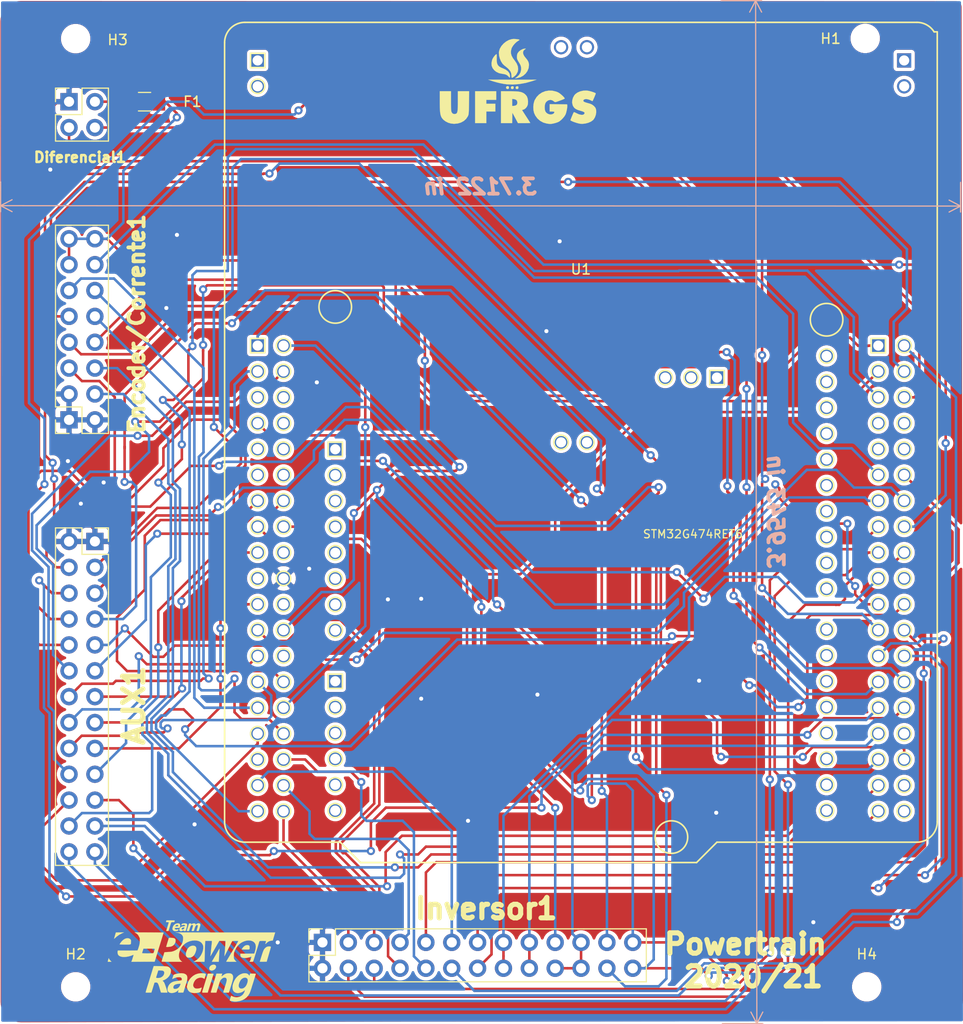
<source format=kicad_pcb>
(kicad_pcb (version 20171130) (host pcbnew "(5.1.5)-3")
  (layers (0 F.Cu signal) (31 B.Cu signal) (34 B.Paste user) (35 F.Paste user) (36 B.SilkS user) (37 F.SilkS user) (38 B.Mask user) (39 F.Mask user) (44 Edge.Cuts user))
  (net 0 "")
  (net 1 GND)
  (net 2 VCC)
  (net 3 CAN_RX)
  (net 4 CAN_TX)
  (net 5 VCC1)
  (net 6 M1_E_B)
  (net 7 M1_E_A)
  (net 8 M2_VC)
  (net 9 M2_VCN)
  (net 10 SDL)
  (net 11 SDH)
  (net 12 CS)
  (net 13 MOSI)
  (net 14 MISO)
  (net 15 SCK)
  (net 16 M1_VCN)
  (net 17 M1_VC)
  (net 18 M1_VBN)
  (net 19 M1_VB)
  (net 20 M1_VAN)
  (net 21 M1_VA)
  (net 22 PB13)
  (net 23 PC4)
  (net 24 PC5)
  (net 25 PC7)
  (net 26 PC9)
  (net 27 PC12)
  (net 28 PC14)
  (net 29 PC15)
  (net 30 PD2)
  (net 31 PF1)
  (net 32 PG10)
  (net 33 PB11)
  (net 34 PB10)
  (net 35 PB9)
  (net 36 PB7)
  (net 37 PB2)
  (net 38 PA15)
  (net 39 PA13)
  (net 40 PA11)
  (net 41 PA10)
  (net 42 PA9)
  (net 43 PA5)
  (net 44 "Net-(U1-Pad28)")
  (net 45 M2_E_A)
  (net 46 "Net-(U1-Pad48)")
  (net 47 "Net-(U1-Pad47)")
  (net 48 "Net-(U1-Pad29)")
  (net 49 M2_VB)
  (net 50 M2_IC)
  (net 51 M2_VAN)
  (net 52 "Net-(U1-Pad32)")
  (net 53 M2_VA)
  (net 54 "Net-(U1-Pad31)")
  (net 55 "Net-(U1-Pad63)")
  (net 56 M1_IC)
  (net 57 M2_IB)
  (net 58 M2_E_B)
  (net 59 "Net-(U1-Pad27)")
  (net 60 "Net-(U1-Pad1)")
  (net 61 M2_VBN)
  (net 62 M1_IA)
  (net 63 M2_IA)
  (net 64 M1_IB)
  (net 65 "Net-(Diferencial1-Pad3)")
  (module e-Power:Logo_UFRGS_14.7x8.0mm_SilkS (layer F.Cu) (at 67.74 57.69)
    (fp_text reference G2 hide)
    (fp_text value Logo_UFRGS_Large hide)
  )
  (module e-Power:Logo_e-Power_16.5x8.0mm_SilkS (layer F.Cu) (at 35.62 144.06)
    (fp_text reference G1 hide)
    (fp_text value Logo_e-Power_Large hide)
  )
  (module G474:G474 (layer F.Cu) (at 73.9 93.15)
    (fp_text reference U1 (at 0 -17) (layer F.SilkS))
    (fp_text value STM32G474RET6 (at 11 9) (layer F.SilkS) (effects (font (size 0.8 0.8) (thickness 0.12))))
    (pad "#" np_thru_hole rect (at 13.362475 -6.372237) (size 1.4 1.4) (drill 1) (layers *.Cu *.Mask))
    (pad "#" np_thru_hole rect (at -24.13 0.67) (size 1.4 1.4) (drill 1) (layers *.Cu *.Mask))
    (pad "#" np_thru_hole rect (at -24.13 23.45) (size 1.4 1.4) (drill 1) (layers *.Cu *.Mask))
    (pad 41 thru_hole rect (at 29.21 -9.51) (size 1.4 1.4) (drill 1) (layers *.Cu *.Mask) (net 26 PC9))
    (pad 52 thru_hole rect (at -31.75 -9.51) (size 1.4 1.4) (drill 1) (layers *.Cu *.Mask) (net 10 SDL))
    (pad "#" np_thru_hole rect (at 31.75 -37.51) (size 1.4 1.4) (drill 1) (layers *.Cu *.Mask))
    (pad "#" np_thru_hole rect (at -31.75 -37.51) (size 1.4 1.4) (drill 1) (layers *.Cu *.Mask))
    (pad "#" np_thru_hole circle (at 8.282475 -6.372237) (size 1.4 1.4) (drill 1) (layers *.Cu *.Mask))
    (pad "#" np_thru_hole circle (at 10.822475 -6.372237) (size 1.4 1.4) (drill 1) (layers *.Cu *.Mask))
    (pad "#" np_thru_hole circle (at -1.95 -0.01) (size 1.4 1.4) (drill 1) (layers *.Cu *.Mask))
    (pad "#" np_thru_hole circle (at 0.59 -0.01) (size 1.4 1.4) (drill 1) (layers *.Cu *.Mask))
    (pad "#" np_thru_hole circle (at 0.59 -38.81) (size 1.4 1.4) (drill 1) (layers *.Cu *.Mask))
    (pad "#" np_thru_hole circle (at -1.95 -38.81) (size 1.4 1.4) (drill 1) (layers *.Cu *.Mask))
    (pad "#" np_thru_hole circle (at 24.13 -8.49) (size 1.4 1.4) (drill 1) (layers *.Cu *.Mask))
    (pad "#" np_thru_hole circle (at 24.13 11.83) (size 1.4 1.4) (drill 1) (layers *.Cu *.Mask))
    (pad "#" np_thru_hole circle (at 24.13 9.29) (size 1.4 1.4) (drill 1) (layers *.Cu *.Mask))
    (pad "#" np_thru_hole circle (at 24.13 6.75) (size 1.4 1.4) (drill 1) (layers *.Cu *.Mask))
    (pad "#" np_thru_hole circle (at 24.13 4.21) (size 1.4 1.4) (drill 1) (layers *.Cu *.Mask))
    (pad "#" np_thru_hole circle (at 24.13 1.67) (size 1.4 1.4) (drill 1) (layers *.Cu *.Mask))
    (pad "#" np_thru_hole circle (at 24.13 -0.87) (size 1.4 1.4) (drill 1) (layers *.Cu *.Mask))
    (pad 28 thru_hole circle (at 24.13 -3.41) (size 1.4 1.4) (drill 1) (layers *.Cu *.Mask) (net 44 "Net-(U1-Pad28)"))
    (pad "#" np_thru_hole circle (at 24.13 -5.95) (size 1.4 1.4) (drill 1) (layers *.Cu *.Mask))
    (pad "#" np_thru_hole circle (at -24.13 3.21) (size 1.4 1.4) (drill 1) (layers *.Cu *.Mask))
    (pad "#" np_thru_hole circle (at 24.13 14.37) (size 1.4 1.4) (drill 1) (layers *.Cu *.Mask))
    (pad "#" np_thru_hole circle (at -24.13 15.91) (size 1.4 1.4) (drill 1) (layers *.Cu *.Mask))
    (pad "#" np_thru_hole circle (at -24.13 13.37) (size 1.4 1.4) (drill 1) (layers *.Cu *.Mask))
    (pad "#" np_thru_hole circle (at -24.13 10.83) (size 1.4 1.4) (drill 1) (layers *.Cu *.Mask))
    (pad "#" np_thru_hole circle (at -24.13 8.29) (size 1.4 1.4) (drill 1) (layers *.Cu *.Mask))
    (pad "#" np_thru_hole circle (at -24.13 5.75) (size 1.4 1.4) (drill 1) (layers *.Cu *.Mask))
    (pad "#" np_thru_hole circle (at -24.13 18.45) (size 1.4 1.4) (drill 1) (layers *.Cu *.Mask))
    (pad "#" np_thru_hole circle (at 24.13 23.45) (size 1.4 1.4) (drill 1) (layers *.Cu *.Mask))
    (pad "#" np_thru_hole circle (at 24.13 20.91) (size 1.4 1.4) (drill 1) (layers *.Cu *.Mask))
    (pad "#" np_thru_hole circle (at 24.13 18.37) (size 1.4 1.4) (drill 1) (layers *.Cu *.Mask))
    (pad "#" np_thru_hole circle (at 24.13 33.61) (size 1.4 1.4) (drill 1) (layers *.Cu *.Mask))
    (pad "#" np_thru_hole circle (at 24.13 31.07) (size 1.4 1.4) (drill 1) (layers *.Cu *.Mask))
    (pad "#" np_thru_hole circle (at 24.13 28.53) (size 1.4 1.4) (drill 1) (layers *.Cu *.Mask))
    (pad "#" np_thru_hole circle (at 24.13 25.99) (size 1.4 1.4) (drill 1) (layers *.Cu *.Mask))
    (pad "#" np_thru_hole circle (at 24.13 36.15) (size 1.4 1.4) (drill 1) (layers *.Cu *.Mask))
    (pad "#" np_thru_hole circle (at -24.13 36.15) (size 1.4 1.4) (drill 1) (layers *.Cu *.Mask))
    (pad "#" np_thru_hole circle (at -24.13 25.99) (size 1.4 1.4) (drill 1) (layers *.Cu *.Mask))
    (pad "#" np_thru_hole circle (at -24.13 28.53) (size 1.4 1.4) (drill 1) (layers *.Cu *.Mask))
    (pad "#" np_thru_hole circle (at -24.13 31.07) (size 1.4 1.4) (drill 1) (layers *.Cu *.Mask))
    (pad "#" np_thru_hole circle (at -24.13 33.61) (size 1.4 1.4) (drill 1) (layers *.Cu *.Mask))
    (pad 53 thru_hole circle (at -29.21 -9.51) (size 1.4 1.4) (drill 1) (layers *.Cu *.Mask) (net 11 SDH))
    (pad 40 thru_hole circle (at 31.75 -9.51) (size 1.4 1.4) (drill 1) (layers *.Cu *.Mask) (net 8 M2_VC))
    (pad 54 thru_hole circle (at -31.75 -6.97) (size 1.4 1.4) (drill 1) (layers *.Cu *.Mask) (net 27 PC12))
    (pad 55 thru_hole circle (at -29.21 -6.97) (size 1.4 1.4) (drill 1) (layers *.Cu *.Mask) (net 30 PD2))
    (pad 38 thru_hole circle (at 31.75 -6.97) (size 1.4 1.4) (drill 1) (layers *.Cu *.Mask) (net 45 M2_E_A))
    (pad 61 thru_hole circle (at 29.21 -6.97) (size 1.4 1.4) (drill 1) (layers *.Cu *.Mask) (net 12 CS))
    (pad 48 thru_hole circle (at -31.75 -4.43) (size 1.4 1.4) (drill 1) (layers *.Cu *.Mask) (net 46 "Net-(U1-Pad48)"))
    (pad L6 thru_hole circle (at -29.21 -4.43) (size 1.4 1.4) (drill 1) (layers *.Cu *.Mask))
    (pad 23 thru_hole circle (at 31.75 -4.43) (size 1.4 1.4) (drill 1) (layers *.Cu *.Mask) (net 24 PC5))
    (pad 62 thru_hole circle (at 29.21 -4.43) (size 1.4 1.4) (drill 1) (layers *.Cu *.Mask) (net 35 PB9))
    (pad 61 thru_hole circle (at -31.75 -1.89) (size 1.4 1.4) (drill 1) (layers *.Cu *.Mask) (net 12 CS))
    (pad 47 thru_hole circle (at -29.21 -1.89) (size 1.4 1.4) (drill 1) (layers *.Cu *.Mask) (net 47 "Net-(U1-Pad47)"))
    (pad "" thru_hole circle (at 31.75 -1.89) (size 1.4 1.4) (drill 1) (layers *.Cu *.Mask))
    (pad 29 thru_hole circle (at 29.21 -1.89) (size 1.4 1.4) (drill 1) (layers *.Cu *.Mask) (net 48 "Net-(U1-Pad29)"))
    (pad "" thru_hole circle (at -31.75 0.65) (size 1.4 1.4) (drill 1) (layers *.Cu *.Mask))
    (pad "" thru_hole circle (at -29.21 0.65) (size 1.4 1.4) (drill 1) (layers *.Cu *.Mask))
    (pad "" thru_hole circle (at 31.75 0.65) (size 1.4 1.4) (drill 1) (layers *.Cu *.Mask))
    (pad R9 thru_hole circle (at 29.21 0.65) (size 1.4 1.4) (drill 1) (layers *.Cu *.Mask))
    (pad "" thru_hole circle (at -31.75 3.19) (size 1.4 1.4) (drill 1) (layers *.Cu *.Mask))
    (pad "" thru_hole circle (at -29.21 3.19) (size 1.4 1.4) (drill 1) (layers *.Cu *.Mask))
    (pad 46 thru_hole circle (at 31.75 3.19) (size 1.4 1.4) (drill 1) (layers *.Cu *.Mask) (net 18 M1_VBN))
    (pad 19 thru_hole circle (at 29.21 3.19) (size 1.4 1.4) (drill 1) (layers *.Cu *.Mask) (net 43 PA5))
    (pad 49 thru_hole circle (at -31.75 5.73) (size 1.4 1.4) (drill 1) (layers *.Cu *.Mask) (net 39 PA13))
    (pad 7 thru_hole circle (at -29.21 5.73) (size 1.4 1.4) (drill 1) (layers *.Cu *.Mask) (net 32 PG10))
    (pad 45 thru_hole circle (at 31.75 5.73) (size 1.4 1.4) (drill 1) (layers *.Cu *.Mask) (net 40 PA11))
    (pad 20 thru_hole circle (at 29.21 5.73) (size 1.4 1.4) (drill 1) (layers *.Cu *.Mask) (net 14 MISO))
    (pad 50 thru_hole circle (at -31.75 8.27) (size 1.4 1.4) (drill 1) (layers *.Cu *.Mask) (net 49 M2_VB))
    (pad 64 thru_hole circle (at -29.21 8.27) (size 1.4 1.4) (drill 1) (layers *.Cu *.Mask) (net 5 VCC1))
    (pad 34 thru_hole circle (at 31.75 8.27) (size 1.4 1.4) (drill 1) (layers *.Cu *.Mask) (net 50 M2_IC))
    (pad 21 thru_hole circle (at 29.21 8.27) (size 1.4 1.4) (drill 1) (layers *.Cu *.Mask) (net 51 M2_VAN))
    (pad 51 thru_hole circle (at -31.75 10.81) (size 1.4 1.4) (drill 1) (layers *.Cu *.Mask) (net 38 PA15))
    (pad 32 thru_hole circle (at -29.21 10.81) (size 1.4 1.4) (drill 1) (layers *.Cu *.Mask) (net 52 "Net-(U1-Pad32)"))
    (pad 33 thru_hole circle (at 31.75 10.81) (size 1.4 1.4) (drill 1) (layers *.Cu *.Mask) (net 33 PB11))
    (pad 59 thru_hole circle (at 29.21 10.81) (size 1.4 1.4) (drill 1) (layers *.Cu *.Mask) (net 53 M2_VA))
    (pad "" thru_hole circle (at -31.75 13.35) (size 1.4 1.4) (drill 1) (layers *.Cu *.Mask))
    (pad 15 thru_hole circle (at -29.21 13.35) (size 1.4 1.4) (drill 1) (layers *.Cu *.Mask) (net 1 GND))
    (pad 31 thru_hole circle (at 31.75 13.35) (size 1.4 1.4) (drill 1) (layers *.Cu *.Mask) (net 54 "Net-(U1-Pad31)"))
    (pad 39 thru_hole circle (at 29.21 13.35) (size 1.4 1.4) (drill 1) (layers *.Cu *.Mask) (net 25 PC7))
    (pad 60 thru_hole circle (at -31.75 15.89) (size 1.4 1.4) (drill 1) (layers *.Cu *.Mask) (net 36 PB7))
    (pad 63 thru_hole circle (at -29.21 15.89) (size 1.4 1.4) (drill 1) (layers *.Cu *.Mask) (net 55 "Net-(U1-Pad63)"))
    (pad 26 thru_hole circle (at 31.75 15.89) (size 1.4 1.4) (drill 1) (layers *.Cu *.Mask) (net 37 PB2))
    (pad 43 thru_hole circle (at 29.21 15.89) (size 1.4 1.4) (drill 1) (layers *.Cu *.Mask) (net 42 PA9))
    (pad 2 thru_hole circle (at -31.75 18.43) (size 1.4 1.4) (drill 1) (layers *.Cu *.Mask) (net 20 M1_VAN))
    (pad 16 thru_hole circle (at -29.21 18.43) (size 1.4 1.4) (drill 1) (layers *.Cu *.Mask) (net 2 VCC))
    (pad 25 thru_hole circle (at 31.75 18.43) (size 1.4 1.4) (drill 1) (layers *.Cu *.Mask) (net 9 M2_VCN))
    (pad 42 thru_hole circle (at 29.21 18.43) (size 1.4 1.4) (drill 1) (layers *.Cu *.Mask) (net 3 CAN_RX))
    (pad 3 thru_hole circle (at -31.75 20.97) (size 1.4 1.4) (drill 1) (layers *.Cu *.Mask) (net 28 PC14))
    (pad "" thru_hole circle (at -29.21 20.97) (size 1.4 1.4) (drill 1) (layers *.Cu *.Mask))
    (pad 37 thru_hole circle (at 31.75 20.97) (size 1.4 1.4) (drill 1) (layers *.Cu *.Mask) (net 16 M1_VCN))
    (pad 30 thru_hole circle (at 29.21 20.97) (size 1.4 1.4) (drill 1) (layers *.Cu *.Mask) (net 34 PB10))
    (pad 4 thru_hole circle (at -31.75 23.51) (size 1.4 1.4) (drill 1) (layers *.Cu *.Mask) (net 29 PC15))
    (pad 12 thru_hole circle (at -29.21 23.51) (size 1.4 1.4) (drill 1) (layers *.Cu *.Mask) (net 7 M1_E_A))
    (pad 36 thru_hole circle (at 31.75 23.51) (size 1.4 1.4) (drill 1) (layers *.Cu *.Mask) (net 56 M1_IC))
    (pad 57 thru_hole circle (at 29.21 23.51) (size 1.4 1.4) (drill 1) (layers *.Cu *.Mask) (net 4 CAN_TX))
    (pad 5 thru_hole circle (at -31.75 26.05) (size 1.4 1.4) (drill 1) (layers *.Cu *.Mask) (net 57 M2_IB))
    (pad 13 thru_hole circle (at -29.21 26.05) (size 1.4 1.4) (drill 1) (layers *.Cu *.Mask) (net 6 M1_E_B))
    (pad 35 thru_hole circle (at 31.75 26.05) (size 1.4 1.4) (drill 1) (layers *.Cu *.Mask) (net 22 PB13))
    (pad 58 thru_hole circle (at 29.21 26.05) (size 1.4 1.4) (drill 1) (layers *.Cu *.Mask) (net 13 MOSI))
    (pad 6 thru_hole circle (at -31.75 28.59) (size 1.4 1.4) (drill 1) (layers *.Cu *.Mask) (net 31 PF1))
    (pad 18 thru_hole circle (at -29.21 28.59) (size 1.4 1.4) (drill 1) (layers *.Cu *.Mask) (net 58 M2_E_B))
    (pad 27 thru_hole circle (at 31.75 28.59) (size 1.4 1.4) (drill 1) (layers *.Cu *.Mask) (net 59 "Net-(U1-Pad27)"))
    (pad 56 thru_hole circle (at 29.21 28.59) (size 1.4 1.4) (drill 1) (layers *.Cu *.Mask) (net 15 SCK))
    (pad 1 thru_hole circle (at -31.75 31.13) (size 1.4 1.4) (drill 1) (layers *.Cu *.Mask) (net 60 "Net-(U1-Pad1)"))
    (pad 24 thru_hole circle (at -29.21 31.13) (size 1.4 1.4) (drill 1) (layers *.Cu *.Mask) (net 61 M2_VBN))
    (pad 22 thru_hole circle (at 31.75 31.13) (size 1.4 1.4) (drill 1) (layers *.Cu *.Mask) (net 23 PC4))
    (pad 44 thru_hole circle (at 29.21 31.13) (size 1.4 1.4) (drill 1) (layers *.Cu *.Mask) (net 41 PA10))
    (pad 10 thru_hole circle (at -31.75 33.67) (size 1.4 1.4) (drill 1) (layers *.Cu *.Mask) (net 17 M1_VC))
    (pad 9 thru_hole circle (at -29.21 33.67) (size 1.4 1.4) (drill 1) (layers *.Cu *.Mask) (net 19 M1_VB))
    (pad "" thru_hole circle (at 31.75 33.67) (size 1.4 1.4) (drill 1) (layers *.Cu *.Mask))
    (pad 14 thru_hole circle (at 29.21 33.67) (size 1.4 1.4) (drill 1) (layers *.Cu *.Mask) (net 62 M1_IA))
    (pad 11 thru_hole circle (at -31.75 36.21) (size 1.4 1.4) (drill 1) (layers *.Cu *.Mask) (net 63 M2_IA))
    (pad 8 thru_hole circle (at -29.21 36.21) (size 1.4 1.4) (drill 1) (layers *.Cu *.Mask) (net 21 M1_VA))
    (pad "" thru_hole circle (at 31.75 36.21) (size 1.4 1.4) (drill 1) (layers *.Cu *.Mask))
    (pad 17 thru_hole circle (at 29.21 36.21) (size 1.4 1.4) (drill 1) (layers *.Cu *.Mask) (net 64 M1_IB))
    (pad "#" np_thru_hole circle (at -31.75 -34.97) (size 1.4 1.4) (drill 1) (layers *.Cu *.Mask))
    (pad "#" np_thru_hole circle (at 31.75 -34.97) (size 1.4 1.4) (drill 1) (layers *.Cu *.Mask))
  )
  (module e-Power:FUSE_1206_3216Metric (layer F.Cu) (at 31.04 59.69 180)
    (fp_text reference F1 (at -4.699 0) (layer F.SilkS))
    (fp_text value Fuse_1206)
    (pad 2 smd trapezoid (at 1.4 0 180) (size 1.25 1.75) (layers F.Cu F.Paste F.Mask) (net 65 "Net-(Diferencial1-Pad3)"))
    (pad 1 smd trapezoid (at -1.4 0 180) (size 1.25 1.75) (layers F.Cu F.Paste F.Mask) (net 2 VCC))
  )
  (module Connector_PinSocket_2.54mm:PinSocket_2x13_P2.54mm_Vertical (layer F.Cu) (at 26.162 102.87)
    (fp_text reference AUX1 (at 3.818 16.1 90) (layer F.SilkS) (effects (font (size 2 2) (thickness 0.5))))
    (fp_text value Conn_02x13_Odd_Even)
    (pad 26 thru_hole oval (at -2.54 30.48) (size 1.7 1.7) (drill 1) (layers *.Cu *.Mask) (net 2 VCC))
    (pad 25 thru_hole oval (at 0 30.48) (size 1.7 1.7) (drill 1) (layers *.Cu *.Mask) (net 5 VCC1))
    (pad 24 thru_hole oval (at -2.54 27.94) (size 1.7 1.7) (drill 1) (layers *.Cu *.Mask) (net 32 PG10))
    (pad 23 thru_hole oval (at 0 27.94) (size 1.7 1.7) (drill 1) (layers *.Cu *.Mask) (net 33 PB11))
    (pad 22 thru_hole oval (at -2.54 25.4) (size 1.7 1.7) (drill 1) (layers *.Cu *.Mask) (net 31 PF1))
    (pad 21 thru_hole oval (at 0 25.4) (size 1.7 1.7) (drill 1) (layers *.Cu *.Mask) (net 34 PB10))
    (pad 20 thru_hole oval (at -2.54 22.86) (size 1.7 1.7) (drill 1) (layers *.Cu *.Mask) (net 30 PD2))
    (pad 19 thru_hole oval (at 0 22.86) (size 1.7 1.7) (drill 1) (layers *.Cu *.Mask) (net 35 PB9))
    (pad 18 thru_hole oval (at -2.54 20.32) (size 1.7 1.7) (drill 1) (layers *.Cu *.Mask) (net 29 PC15))
    (pad 17 thru_hole oval (at 0 20.32) (size 1.7 1.7) (drill 1) (layers *.Cu *.Mask) (net 36 PB7))
    (pad 16 thru_hole oval (at -2.54 17.78) (size 1.7 1.7) (drill 1) (layers *.Cu *.Mask) (net 28 PC14))
    (pad 15 thru_hole oval (at 0 17.78) (size 1.7 1.7) (drill 1) (layers *.Cu *.Mask) (net 37 PB2))
    (pad 14 thru_hole oval (at -2.54 15.24) (size 1.7 1.7) (drill 1) (layers *.Cu *.Mask) (net 27 PC12))
    (pad 13 thru_hole oval (at 0 15.24) (size 1.7 1.7) (drill 1) (layers *.Cu *.Mask) (net 38 PA15))
    (pad 12 thru_hole oval (at -2.54 12.7) (size 1.7 1.7) (drill 1) (layers *.Cu *.Mask) (net 26 PC9))
    (pad 11 thru_hole oval (at 0 12.7) (size 1.7 1.7) (drill 1) (layers *.Cu *.Mask) (net 39 PA13))
    (pad 10 thru_hole oval (at -2.54 10.16) (size 1.7 1.7) (drill 1) (layers *.Cu *.Mask) (net 25 PC7))
    (pad 9 thru_hole oval (at 0 10.16) (size 1.7 1.7) (drill 1) (layers *.Cu *.Mask) (net 40 PA11))
    (pad 8 thru_hole oval (at -2.54 7.62) (size 1.7 1.7) (drill 1) (layers *.Cu *.Mask) (net 24 PC5))
    (pad 7 thru_hole oval (at 0 7.62) (size 1.7 1.7) (drill 1) (layers *.Cu *.Mask) (net 41 PA10))
    (pad 6 thru_hole oval (at -2.54 5.08) (size 1.7 1.7) (drill 1) (layers *.Cu *.Mask) (net 22 PB13))
    (pad 5 thru_hole oval (at 0 5.08) (size 1.7 1.7) (drill 1) (layers *.Cu *.Mask) (net 42 PA9))
    (pad 4 thru_hole oval (at -2.54 2.54) (size 1.7 1.7) (drill 1) (layers *.Cu *.Mask) (net 23 PC4))
    (pad 3 thru_hole oval (at 0 2.54) (size 1.7 1.7) (drill 1) (layers *.Cu *.Mask) (net 43 PA5))
    (pad 2 thru_hole oval (at -2.54 0) (size 1.7 1.7) (drill 1) (layers *.Cu *.Mask) (net 1 GND))
    (pad 1 thru_hole rect (at 0 0) (size 1.7 1.7) (drill 1) (layers *.Cu *.Mask) (net 1 GND))
  )
  (module Connector_PinSocket_2.54mm:PinSocket_2x02_P2.54mm_Vertical (layer F.Cu) (at 23.622 59.69 90)
    (fp_text reference Diferencial1 (at -5.46 1.078 180) (layer F.SilkS) (effects (font (thickness 0.25))))
    (fp_text value Conn_02x02_Odd_Even)
    (pad 4 thru_hole oval (at -2.54 2.54 90) (size 1.7 1.7) (drill 1) (layers *.Cu *.Mask) (net 3 CAN_RX))
    (pad 3 thru_hole oval (at 0 2.54 90) (size 1.7 1.7) (drill 1) (layers *.Cu *.Mask) (net 65 "Net-(Diferencial1-Pad3)"))
    (pad 2 thru_hole oval (at -2.54 0 90) (size 1.7 1.7) (drill 1) (layers *.Cu *.Mask) (net 4 CAN_TX))
    (pad 1 thru_hole rect (at 0 0 90) (size 1.7 1.7) (drill 1) (layers *.Cu *.Mask) (net 1 GND))
  )
  (module Connector_PinSocket_2.54mm:PinSocket_2x08_P2.54mm_Vertical (layer F.Cu) (at 23.622 90.932 180)
    (fp_text reference Encoder/Corrente1 (at -6.648 9.432 90) (layer F.SilkS) (effects (font (size 1.5 1.5) (thickness 0.375))))
    (fp_text value Conn_02x08_Odd_Even)
    (pad 16 thru_hole oval (at -2.54 17.78 180) (size 1.7 1.7) (drill 1) (layers *.Cu *.Mask) (net 2 VCC))
    (pad 15 thru_hole oval (at 0 17.78 180) (size 1.7 1.7) (drill 1) (layers *.Cu *.Mask) (net 2 VCC))
    (pad 14 thru_hole oval (at -2.54 15.24 180) (size 1.7 1.7) (drill 1) (layers *.Cu *.Mask) (net 50 M2_IC))
    (pad 13 thru_hole oval (at 0 15.24 180) (size 1.7 1.7) (drill 1) (layers *.Cu *.Mask) (net 2 VCC))
    (pad 12 thru_hole oval (at -2.54 12.7 180) (size 1.7 1.7) (drill 1) (layers *.Cu *.Mask) (net 57 M2_IB))
    (pad 11 thru_hole oval (at 0 12.7 180) (size 1.7 1.7) (drill 1) (layers *.Cu *.Mask) (net 58 M2_E_B))
    (pad 10 thru_hole oval (at -2.54 10.16 180) (size 1.7 1.7) (drill 1) (layers *.Cu *.Mask) (net 63 M2_IA))
    (pad 9 thru_hole oval (at 0 10.16 180) (size 1.7 1.7) (drill 1) (layers *.Cu *.Mask) (net 45 M2_E_A))
    (pad 8 thru_hole oval (at -2.54 7.62 180) (size 1.7 1.7) (drill 1) (layers *.Cu *.Mask) (net 56 M1_IC))
    (pad 7 thru_hole oval (at 0 7.62 180) (size 1.7 1.7) (drill 1) (layers *.Cu *.Mask) (net 6 M1_E_B))
    (pad 6 thru_hole oval (at -2.54 5.08 180) (size 1.7 1.7) (drill 1) (layers *.Cu *.Mask) (net 64 M1_IB))
    (pad 5 thru_hole oval (at 0 5.08 180) (size 1.7 1.7) (drill 1) (layers *.Cu *.Mask) (net 7 M1_E_A))
    (pad 4 thru_hole oval (at -2.54 2.54 180) (size 1.7 1.7) (drill 1) (layers *.Cu *.Mask) (net 62 M1_IA))
    (pad 3 thru_hole oval (at 0 2.54 180) (size 1.7 1.7) (drill 1) (layers *.Cu *.Mask) (net 1 GND))
    (pad 2 thru_hole oval (at -2.54 0 180) (size 1.7 1.7) (drill 1) (layers *.Cu *.Mask) (net 1 GND))
    (pad 1 thru_hole rect (at 0 0 180) (size 1.7 1.7) (drill 1) (layers *.Cu *.Mask) (net 1 GND))
  )
  (module Connector_PinSocket_2.54mm:PinSocket_2x13_P2.54mm_Vertical (layer F.Cu) (at 48.514 142.24 90)
    (fp_text reference Inversor1 (at 3.31 16.086) (layer F.SilkS) (effects (font (size 2 2) (thickness 0.5))))
    (fp_text value Out_Inversor hide)
    (pad 26 thru_hole oval (at -2.54 30.48 90) (size 1.7 1.7) (drill 1) (layers *.Cu *.Mask) (net 2 VCC))
    (pad 25 thru_hole oval (at 0 30.48 90) (size 1.7 1.7) (drill 1) (layers *.Cu *.Mask) (net 5 VCC1))
    (pad 24 thru_hole oval (at -2.54 27.94 90) (size 1.7 1.7) (drill 1) (layers *.Cu *.Mask) (net 11 SDH))
    (pad 23 thru_hole oval (at 0 27.94 90) (size 1.7 1.7) (drill 1) (layers *.Cu *.Mask) (net 10 SDL))
    (pad 22 thru_hole oval (at -2.54 25.4 90) (size 1.7 1.7) (drill 1) (layers *.Cu *.Mask) (net 15 SCK))
    (pad 21 thru_hole oval (at 0 25.4 90) (size 1.7 1.7) (drill 1) (layers *.Cu *.Mask) (net 15 SCK))
    (pad 20 thru_hole oval (at -2.54 22.86 90) (size 1.7 1.7) (drill 1) (layers *.Cu *.Mask) (net 15 SCK))
    (pad 19 thru_hole oval (at 0 22.86 90) (size 1.7 1.7) (drill 1) (layers *.Cu *.Mask) (net 12 CS))
    (pad 18 thru_hole oval (at -2.54 20.32 90) (size 1.7 1.7) (drill 1) (layers *.Cu *.Mask) (net 13 MOSI))
    (pad 17 thru_hole oval (at 0 20.32 90) (size 1.7 1.7) (drill 1) (layers *.Cu *.Mask) (net 13 MOSI))
    (pad 16 thru_hole oval (at -2.54 17.78 90) (size 1.7 1.7) (drill 1) (layers *.Cu *.Mask) (net 14 MISO))
    (pad 15 thru_hole oval (at 0 17.78 90) (size 1.7 1.7) (drill 1) (layers *.Cu *.Mask) (net 14 MISO))
    (pad 14 thru_hole oval (at -2.54 15.24 90) (size 1.7 1.7) (drill 1) (layers *.Cu *.Mask) (net 9 M2_VCN))
    (pad 13 thru_hole oval (at 0 15.24 90) (size 1.7 1.7) (drill 1) (layers *.Cu *.Mask) (net 16 M1_VCN))
    (pad 12 thru_hole oval (at -2.54 12.7 90) (size 1.7 1.7) (drill 1) (layers *.Cu *.Mask) (net 8 M2_VC))
    (pad 11 thru_hole oval (at 0 12.7 90) (size 1.7 1.7) (drill 1) (layers *.Cu *.Mask) (net 17 M1_VC))
    (pad 10 thru_hole oval (at -2.54 10.16 90) (size 1.7 1.7) (drill 1) (layers *.Cu *.Mask) (net 61 M2_VBN))
    (pad 9 thru_hole oval (at 0 10.16 90) (size 1.7 1.7) (drill 1) (layers *.Cu *.Mask) (net 18 M1_VBN))
    (pad 8 thru_hole oval (at -2.54 7.62 90) (size 1.7 1.7) (drill 1) (layers *.Cu *.Mask) (net 49 M2_VB))
    (pad 7 thru_hole oval (at 0 7.62 90) (size 1.7 1.7) (drill 1) (layers *.Cu *.Mask) (net 19 M1_VB))
    (pad 6 thru_hole oval (at -2.54 5.08 90) (size 1.7 1.7) (drill 1) (layers *.Cu *.Mask) (net 51 M2_VAN))
    (pad 5 thru_hole oval (at 0 5.08 90) (size 1.7 1.7) (drill 1) (layers *.Cu *.Mask) (net 20 M1_VAN))
    (pad 4 thru_hole oval (at -2.54 2.54 90) (size 1.7 1.7) (drill 1) (layers *.Cu *.Mask) (net 53 M2_VA))
    (pad 3 thru_hole oval (at 0 2.54 90) (size 1.7 1.7) (drill 1) (layers *.Cu *.Mask) (net 21 M1_VA))
    (pad 2 thru_hole oval (at -2.54 0 90) (size 1.7 1.7) (drill 1) (layers *.Cu *.Mask) (net 1 GND))
    (pad 1 thru_hole rect (at 0 0 90) (size 1.7 1.7) (drill 1) (layers *.Cu *.Mask) (net 1 GND))
  )
  (module MountingHole:MountingHole_2.2mm_M2 (layer F.Cu) (at 101.975 146.6)
    (fp_text reference H4 (at 0 -3.2) (layer F.SilkS))
    (fp_text value MountingHole)
    (pad 1 np_thru_hole circle (at 0 0) (size 2.2 2.2) (drill 2.2) (layers *.Cu *.Mask))
  )
  (module MountingHole:MountingHole_2.2mm_M2 (layer F.Cu) (at 24.272 53.5)
    (fp_text reference H3 (at 4.125 0.125) (layer F.SilkS))
    (fp_text value MountingHole)
    (pad 1 np_thru_hole circle (at 0 0) (size 2.2 2.2) (drill 2.2) (layers *.Cu *.Mask))
  )
  (module MountingHole:MountingHole_2.2mm_M2 (layer F.Cu) (at 24.272 146.6)
    (fp_text reference H2 (at 0 -3.2) (layer F.SilkS))
    (fp_text value MountingHole)
    (pad 1 np_thru_hole circle (at 0 0) (size 2.2 2.2) (drill 2.2) (layers *.Cu *.Mask))
  )
  (module MountingHole:MountingHole_2.2mm_M2 (layer F.Cu) (at 101.825 53.475)
    (fp_text reference H1 (at -3.4 0.025) (layer F.SilkS))
    (fp_text value MountingHole)
    (pad 1 np_thru_hole circle (at 0 0) (size 2.2 2.2) (drill 2.2) (layers *.Cu *.Mask))
  )
  (dimension 94.290008 (width 0.12) (layer B.SilkS) (gr_text "94,290 mm" (at 64.044461 71.19) (layer B.SilkS) (effects (font (size 1.5 1.5) (thickness 0.375) italic) (justify mirror))) (feature1 (pts (xy 16.900988 67.570073) (xy 16.899751 70.48642))) (feature2 (pts (xy 111.190988 67.610073) (xy 111.189751 70.52642))) (crossbar (pts (xy 111.19 69.94) (xy 16.9 69.9))) (arrow1a (pts (xy 16.9 69.9) (xy 18.026752 69.314057))) (arrow1b (pts (xy 16.9 69.9) (xy 18.026255 70.486899))) (arrow2a (pts (xy 111.19 69.94) (xy 110.063745 69.353101))) (arrow2b (pts (xy 111.19 69.94) (xy 110.063248 70.525943))))
  (dimension 100.440072 (width 0.12) (layer B.SilkS) (gr_text "100,440 mm" (at 92.390042 99.984433 -89.9) (layer B.SilkS) (effects (font (size 1.5 1.5) (thickness 0.375) italic) (justify mirror))) (feature1 (pts (xy 87.67 49.77) (xy 91.646463 49.765249))) (feature2 (pts (xy 87.79 150.21) (xy 91.766463 150.205249))) (crossbar (pts (xy 91.180043 150.20595) (xy 91.060043 49.76595))) (arrow1a (pts (xy 91.060043 49.76595) (xy 91.647809 50.891752))) (arrow1b (pts (xy 91.060043 49.76595) (xy 90.474969 50.893154))) (arrow2a (pts (xy 91.180043 150.20595) (xy 91.765117 149.078746))) (arrow2b (pts (xy 91.180043 150.20595) (xy 90.592277 149.080148))))
  (gr_text "Powertrain \n2020/21" (at 90.83 144.01) (layer F.SilkS) (effects (font (size 2 2) (thickness 0.5))))
  (segment (start 48.514 143.577919) (end 48.514 142.24) (width 0.25) (layer F.Cu) (net 1))
  (segment (start 48.514 144.78) (end 48.514 143.577919) (width 0.25) (layer F.Cu) (net 1))
  (segment (start 23.622 89.594081) (end 23.622 90.932) (width 0.25) (layer F.Cu) (net 1))
  (segment (start 23.622 88.392) (end 23.622 89.594081) (width 0.25) (layer F.Cu) (net 1))
  (segment (start 24.722 90.932) (end 26.162 90.932) (width 0.25) (layer F.Cu) (net 1))
  (segment (start 23.622 90.932) (end 24.722 90.932) (width 0.25) (layer F.Cu) (net 1))
  (segment (start 23.622 102.87) (end 26.162 102.87) (width 0.25) (layer B.Cu) (net 1))
  (segment (start 48.514 142.24) (end 44.12 142.24) (width 0.25) (layer F.Cu) (net 1))
  (segment (start 44.12 142.24) (end 44.12 142.24) (width 0.25) (layer F.Cu) (net 1))
  (via (at 44.12 142.24) (size 0.8) (drill 0.4) (layers F.Cu B.Cu) (net 1))
  (segment (start 46.22 106.67) (end 46.22 106.54) (width 0.25) (layer F.Cu) (net 1))
  (segment (start 46.22 106.54) (end 47.21 105.55) (width 0.25) (layer F.Cu) (net 1))
  (segment (start 47.21 105.55) (end 47.21 105.55) (width 0.25) (layer F.Cu) (net 1))
  (via (at 47.21 105.55) (size 0.8) (drill 0.4) (layers F.Cu B.Cu) (net 1))
  (segment (start 26.162 101.77) (end 24.78 100.388) (width 0.25) (layer F.Cu) (net 1))
  (segment (start 26.162 102.87) (end 26.162 101.77) (width 0.25) (layer F.Cu) (net 1))
  (segment (start 24.78 100.388) (end 24.78 99.16) (width 0.25) (layer F.Cu) (net 1))
  (segment (start 24.78 99.16) (end 24.78 99.16) (width 0.25) (layer F.Cu) (net 1))
  (via (at 24.78 99.16) (size 0.8) (drill 0.4) (layers F.Cu B.Cu) (net 1))
  (segment (start 23.622 92.032) (end 23.61 92.044) (width 0.25) (layer F.Cu) (net 1))
  (segment (start 23.622 90.932) (end 23.622 92.032) (width 0.25) (layer F.Cu) (net 1))
  (segment (start 23.61 92.044) (end 23.61 94.88) (width 0.25) (layer F.Cu) (net 1))
  (segment (start 23.61 94.88) (end 23.51 94.98) (width 0.25) (layer F.Cu) (net 1))
  (segment (start 23.51 94.98) (end 23.39 95.1) (width 0.25) (layer F.Cu) (net 1))
  (via (at 23.51 94.98) (size 0.8) (drill 0.4) (layers F.Cu B.Cu) (net 1))
  (segment (start 22.522 59.69) (end 21.78 60.432) (width 0.25) (layer F.Cu) (net 1))
  (segment (start 23.622 59.69) (end 22.522 59.69) (width 0.25) (layer F.Cu) (net 1))
  (segment (start 21.78 60.432) (end 21.78 66.36) (width 0.25) (layer F.Cu) (net 1))
  (segment (start 21.78 66.36) (end 21.78 66.36) (width 0.25) (layer F.Cu) (net 1))
  (via (at 21.78 66.36) (size 0.8) (drill 0.4) (layers F.Cu B.Cu) (net 1))
  (via (at 27.02 97.08) (size 0.8) (drill 0.4) (layers F.Cu B.Cu) (net 1))
  (via (at 62.81 130.3) (size 0.8) (drill 0.4) (layers F.Cu B.Cu) (net 1))
  (segment (start 62.410001 129.900001) (end 62.410001 123.570001) (width 0.25) (layer B.Cu) (net 1))
  (segment (start 62.81 130.3) (end 62.410001 129.900001) (width 0.25) (layer B.Cu) (net 1))
  (segment (start 62.410001 123.570001) (end 58.21 119.37) (width 0.25) (layer B.Cu) (net 1))
  (segment (start 58.21 119.37) (end 58.21 118.31) (width 0.25) (layer B.Cu) (net 1))
  (segment (start 58.21 118.31) (end 58.21 118.31) (width 0.25) (layer B.Cu) (net 1))
  (via (at 58.21 118.31) (size 0.8) (drill 0.4) (layers F.Cu B.Cu) (net 1))
  (segment (start 58.21 118.31) (end 58.21 108.5) (width 0.25) (layer F.Cu) (net 1))
  (segment (start 58.21 108.5) (end 58.21 108.5) (width 0.25) (layer F.Cu) (net 1))
  (via (at 58.21 108.5) (size 0.8) (drill 0.4) (layers F.Cu B.Cu) (net 1))
  (via (at 71.81 73.4) (size 0.8) (drill 0.4) (layers F.Cu B.Cu) (net 1))
  (via (at 54.94 108.56) (size 0.8) (drill 0.4) (layers F.Cu B.Cu) (net 1))
  (segment (start 51.52 108.89) (end 51.919999 108.490001) (width 0.25) (layer F.Cu) (net 1))
  (segment (start 55.83 108.4) (end 55.76 108.4) (width 0.25) (layer F.Cu) (net 1))
  (segment (start 55.920001 108.490001) (end 55.83 108.4) (width 0.25) (layer F.Cu) (net 1))
  (segment (start 51.919999 108.490001) (end 55.76 108.4) (width 0.25) (layer F.Cu) (net 1))
  (via (at 70.51 82.22) (size 0.8) (drill 0.4) (layers F.Cu B.Cu) (net 1))
  (via (at 34.22 72.77) (size 0.8) (drill 0.4) (layers F.Cu B.Cu) (net 1))
  (via (at 33.18 79.95) (size 0.8) (drill 0.4) (layers F.Cu B.Cu) (net 1))
  (via (at 69.63 117.91) (size 0.8) (drill 0.4) (layers F.Cu B.Cu) (net 1))
  (via (at 87.19 129.51) (size 0.8) (drill 0.4) (layers F.Cu B.Cu) (net 1))
  (via (at 85.51 116.54) (size 0.8) (drill 0.4) (layers F.Cu B.Cu) (net 1))
  (via (at 96.73 140.26) (size 0.8) (drill 0.4) (layers F.Cu B.Cu) (net 1))
  (via (at 47.96 87.25) (size 0.8) (drill 0.4) (layers F.Cu B.Cu) (net 1))
  (via (at 35.95 130.65) (size 0.8) (drill 0.4) (layers F.Cu B.Cu) (net 1))
  (segment (start 23.622 75.692) (end 23.622 73.152) (width 0.25) (layer F.Cu) (net 2))
  (segment (start 23.622 73.152) (end 26.162 73.152) (width 0.25) (layer B.Cu) (net 2))
  (segment (start 27.364081 73.152) (end 28.956 71.560081) (width 0.25) (layer B.Cu) (net 2))
  (segment (start 26.162 73.152) (end 27.364081 73.152) (width 0.25) (layer B.Cu) (net 2))
  (segment (start 33.065 59.69) (end 34.21 60.835) (width 0.25) (layer F.Cu) (net 2))
  (segment (start 32.44 59.69) (end 33.065 59.69) (width 0.25) (layer F.Cu) (net 2))
  (segment (start 34.21 60.835) (end 34.21 61.23) (width 0.25) (layer F.Cu) (net 2))
  (segment (start 34.21 61.23) (end 34.21 61.3) (width 0.25) (layer F.Cu) (net 2))
  (via (at 34.21 61.23) (size 0.8) (drill 0.4) (layers F.Cu B.Cu) (net 2))
  (segment (start 33.810001 61.629999) (end 33.790001 61.629999) (width 0.25) (layer B.Cu) (net 2))
  (segment (start 34.21 61.23) (end 33.810001 61.629999) (width 0.25) (layer B.Cu) (net 2))
  (segment (start 33.790001 61.629999) (end 28.96 66.46) (width 0.25) (layer B.Cu) (net 2))
  (segment (start 28.956 71.560081) (end 28.96 66.73) (width 0.25) (layer B.Cu) (net 2))
  (segment (start 28.96 66.46) (end 28.96 66.73) (width 0.25) (layer B.Cu) (net 2))
  (segment (start 27.364081 73.152) (end 29.492081 75.28) (width 0.25) (layer F.Cu) (net 2))
  (segment (start 26.162 73.152) (end 27.364081 73.152) (width 0.25) (layer F.Cu) (net 2))
  (segment (start 29.492081 75.28) (end 54.45 75.28) (width 0.25) (layer F.Cu) (net 2))
  (segment (start 54.45 75.28) (end 58.57 79.4) (width 0.25) (layer F.Cu) (net 2))
  (segment (start 58.57 79.4) (end 58.57 84.42) (width 0.25) (layer F.Cu) (net 2))
  (segment (start 58.57 84.42) (end 58.57 85.12) (width 0.25) (layer F.Cu) (net 2))
  (segment (start 58.57 85.12) (end 58.57 85.12) (width 0.25) (layer F.Cu) (net 2))
  (via (at 58.57 85.12) (size 0.8) (drill 0.4) (layers F.Cu B.Cu) (net 2))
  (segment (start 58.57 85.12) (end 58.57 92.13) (width 0.25) (layer B.Cu) (net 2))
  (segment (start 58.57 92.13) (end 61.99 95.55) (width 0.25) (layer B.Cu) (net 2))
  (segment (start 61.99 95.55) (end 61.99 95.55) (width 0.25) (layer B.Cu) (net 2))
  (via (at 61.99 95.55) (size 0.8) (drill 0.4) (layers F.Cu B.Cu) (net 2))
  (segment (start 61.590001 95.949999) (end 55.730001 95.949999) (width 0.25) (layer F.Cu) (net 2))
  (segment (start 61.99 95.55) (end 61.590001 95.949999) (width 0.25) (layer F.Cu) (net 2))
  (segment (start 55.730001 95.949999) (end 53.865 97.815) (width 0.25) (layer F.Cu) (net 2))
  (segment (start 51.6 100.08) (end 51.6 100.08) (width 0.25) (layer F.Cu) (net 2))
  (via (at 51.6 100.08) (size 0.8) (drill 0.4) (layers F.Cu B.Cu) (net 2))
  (segment (start 48.19 108.08) (end 48.1 108.17) (width 0.25) (layer B.Cu) (net 2))
  (segment (start 48.1 108.17) (end 44.69 111.58) (width 0.25) (layer B.Cu) (net 2))
  (segment (start 48.43 107.84) (end 50.39 107.84) (width 0.25) (layer B.Cu) (net 2))
  (segment (start 48.1 108.17) (end 48.43 107.84) (width 0.25) (layer B.Cu) (net 2))
  (segment (start 51.59 103.677002) (end 51.6 103.667002) (width 0.25) (layer B.Cu) (net 2))
  (segment (start 51.6 103.667002) (end 51.6 100.08) (width 0.25) (layer B.Cu) (net 2))
  (segment (start 50.39 107.84) (end 51.59 106.64) (width 0.25) (layer B.Cu) (net 2))
  (segment (start 51.59 106.64) (end 51.59 103.677002) (width 0.25) (layer B.Cu) (net 2))
  (segment (start 80.196081 144.78) (end 81.05 143.926081) (width 0.25) (layer B.Cu) (net 2))
  (segment (start 78.994 144.78) (end 80.196081 144.78) (width 0.25) (layer B.Cu) (net 2))
  (segment (start 81.05 143.926081) (end 81.05 127.91) (width 0.25) (layer B.Cu) (net 2))
  (segment (start 81.05 127.91) (end 79.34 126.2) (width 0.25) (layer B.Cu) (net 2))
  (segment (start 79.34 126.2) (end 74.6 126.2) (width 0.25) (layer B.Cu) (net 2))
  (segment (start 74.6 126.2) (end 73.83 126.97) (width 0.25) (layer B.Cu) (net 2))
  (segment (start 73.83 126.97) (end 73.83 127.33) (width 0.25) (layer B.Cu) (net 2))
  (segment (start 73.83 127.33) (end 73.83 127.33) (width 0.25) (layer B.Cu) (net 2))
  (via (at 73.83 127.33) (size 0.8) (drill 0.4) (layers F.Cu B.Cu) (net 2))
  (segment (start 73.264315 127.33) (end 64.12 118.185685) (width 0.25) (layer F.Cu) (net 2))
  (segment (start 73.83 127.33) (end 73.264315 127.33) (width 0.25) (layer F.Cu) (net 2))
  (segment (start 64.12 118.185685) (end 64.12 109.3) (width 0.25) (layer F.Cu) (net 2))
  (segment (start 64.12 109.3) (end 64.12 109.3) (width 0.25) (layer F.Cu) (net 2))
  (via (at 64.12 109.3) (size 0.8) (drill 0.4) (layers F.Cu B.Cu) (net 2))
  (segment (start 64.12 108.734315) (end 54.455685 99.07) (width 0.25) (layer B.Cu) (net 2))
  (segment (start 64.12 109.3) (end 64.12 108.734315) (width 0.25) (layer B.Cu) (net 2))
  (segment (start 53.865 97.815) (end 51.6 100.08) (width 0.25) (layer F.Cu) (net 2))
  (via (at 53.865 97.815) (size 0.8) (drill 0.4) (layers F.Cu B.Cu) (net 2))
  (segment (start 54.455685 99.07) (end 54.455685 99.055685) (width 0.25) (layer B.Cu) (net 2))
  (segment (start 53.865 98.465) (end 53.865 97.815) (width 0.25) (layer B.Cu) (net 2))
  (segment (start 54.455685 99.055685) (end 53.865 98.465) (width 0.25) (layer B.Cu) (net 2))
  (segment (start 86.6 145.38) (end 86.46 145.52) (width 0.25) (layer B.Cu) (net 2))
  (segment (start 86.46 145.52) (end 86.46 145.52) (width 0.25) (layer B.Cu) (net 2))
  (via (at 86.46 145.52) (size 0.8) (drill 0.4) (layers F.Cu B.Cu) (net 2))
  (segment (start 86.78 145.2) (end 86.46 145.52) (width 0.25) (layer B.Cu) (net 2))
  (segment (start 89.7 145.2) (end 86.78 145.2) (width 0.25) (layer B.Cu) (net 2))
  (segment (start 89.87 145.37) (end 89.7 145.2) (width 0.25) (layer B.Cu) (net 2))
  (segment (start 89.87 145.38) (end 89.87 145.37) (width 0.25) (layer B.Cu) (net 2))
  (segment (start 90.09 145.6) (end 89.87 145.38) (width 0.25) (layer B.Cu) (net 2))
  (segment (start 23.622 133.35) (end 23.622 134.552081) (width 0.25) (layer B.Cu) (net 2))
  (segment (start 88.13 148.8) (end 90.09 146.84) (width 0.25) (layer B.Cu) (net 2))
  (segment (start 90.09 146.84) (end 90.09 145.6) (width 0.25) (layer B.Cu) (net 2))
  (segment (start 23.622 134.552081) (end 37.869919 148.8) (width 0.25) (layer B.Cu) (net 2))
  (segment (start 37.869919 148.8) (end 88.13 148.8) (width 0.25) (layer B.Cu) (net 2))
  (segment (start 85.72 144.78) (end 78.994 144.78) (width 0.25) (layer F.Cu) (net 2))
  (segment (start 86.46 145.52) (end 85.72 144.78) (width 0.25) (layer F.Cu) (net 2))
  (segment (start 26.162 62.23) (end 78.74 62.23) (width 0.25) (layer F.Cu) (net 3))
  (segment (start 78.74 62.23) (end 91.694 75.184) (width 0.25) (layer F.Cu) (net 3))
  (segment (start 91.694 75.184) (end 91.694 84.582) (width 0.25) (layer F.Cu) (net 3))
  (segment (start 91.694 84.582) (end 91.694 84.582) (width 0.25) (layer F.Cu) (net 3))
  (via (at 91.694 84.582) (size 0.8) (drill 0.4) (layers F.Cu B.Cu) (net 3))
  (segment (start 91.694 97.028) (end 91.694 97.028) (width 0.25) (layer B.Cu) (net 3))
  (segment (start 91.694 107.442) (end 91.694 107.442) (width 0.25) (layer F.Cu) (net 3))
  (via (at 91.694 107.442) (size 0.8) (drill 0.4) (layers F.Cu B.Cu) (net 3))
  (segment (start 101.512 109.982) (end 103.11 111.58) (width 0.25) (layer B.Cu) (net 3))
  (segment (start 91.694 107.442) (end 94.234 109.982) (width 0.25) (layer B.Cu) (net 3))
  (segment (start 94.234 109.982) (end 101.512 109.982) (width 0.25) (layer B.Cu) (net 3))
  (segment (start 91.694 84.582) (end 91.694 96.426472) (width 0.25) (layer B.Cu) (net 3))
  (via (at 92.000211 96.732683) (size 0.8) (drill 0.4) (layers F.Cu B.Cu) (net 3))
  (segment (start 91.694 97.038894) (end 92.000211 96.732683) (width 0.25) (layer F.Cu) (net 3))
  (segment (start 91.694 107.442) (end 91.694 97.038894) (width 0.25) (layer F.Cu) (net 3))
  (segment (start 91.694 96.426472) (end 92.000211 96.732683) (width 0.25) (layer B.Cu) (net 3))
  (segment (start 23.622 63.432081) (end 25.721919 65.532) (width 0.25) (layer F.Cu) (net 4))
  (segment (start 23.622 62.23) (end 23.622 63.432081) (width 0.25) (layer F.Cu) (net 4))
  (segment (start 25.721919 65.532) (end 77.47 65.532) (width 0.25) (layer F.Cu) (net 4))
  (segment (start 77.47 65.532) (end 90.17 78.232) (width 0.25) (layer F.Cu) (net 4))
  (segment (start 90.17 78.232) (end 90.17 87.884) (width 0.25) (layer F.Cu) (net 4))
  (segment (start 90.17 87.884) (end 90.17 87.884) (width 0.25) (layer F.Cu) (net 4))
  (via (at 90.17 87.884) (size 0.8) (drill 0.4) (layers F.Cu B.Cu) (net 4))
  (segment (start 90.17 97.536) (end 90.17 97.536) (width 0.25) (layer B.Cu) (net 4))
  (segment (start 91.44 113.284) (end 91.44 113.284) (width 0.25) (layer F.Cu) (net 4))
  (via (at 91.44 113.284) (size 0.8) (drill 0.4) (layers F.Cu B.Cu) (net 4))
  (segment (start 101.914 117.856) (end 103.11 116.66) (width 0.25) (layer B.Cu) (net 4))
  (segment (start 91.44 113.284) (end 96.012 117.856) (width 0.25) (layer B.Cu) (net 4))
  (segment (start 96.012 117.856) (end 101.914 117.856) (width 0.25) (layer B.Cu) (net 4))
  (segment (start 90.169067 112.013067) (end 90.169067 97.52499) (width 0.25) (layer F.Cu) (net 4))
  (segment (start 90.17 97.524057) (end 90.169067 97.52499) (width 0.25) (layer B.Cu) (net 4))
  (segment (start 90.169067 97.535067) (end 90.169067 97.52499) (width 0.25) (layer B.Cu) (net 4))
  (via (at 90.169067 97.52499) (size 0.8) (drill 0.4) (layers F.Cu B.Cu) (net 4))
  (segment (start 91.44 113.284) (end 90.169067 112.013067) (width 0.25) (layer F.Cu) (net 4))
  (segment (start 90.424 97.79) (end 90.169067 97.535067) (width 0.25) (layer B.Cu) (net 4))
  (segment (start 90.17 87.884) (end 90.17 97.524057) (width 0.25) (layer B.Cu) (net 4))
  (segment (start 74.97 128.27) (end 74.97 128.27) (width 0.25) (layer B.Cu) (net 5))
  (via (at 74.97 128.27) (size 0.8) (drill 0.4) (layers F.Cu B.Cu) (net 5))
  (segment (start 74.97 128.27) (end 74.97 118.35) (width 0.25) (layer F.Cu) (net 5))
  (segment (start 74.97 118.35) (end 65.67 109.05) (width 0.25) (layer F.Cu) (net 5))
  (segment (start 65.67 109.05) (end 65.67 109.05) (width 0.25) (layer F.Cu) (net 5))
  (via (at 65.67 109.05) (size 0.8) (drill 0.4) (layers F.Cu B.Cu) (net 5))
  (segment (start 65.270001 108.650001) (end 65.270001 105.780001) (width 0.25) (layer B.Cu) (net 5))
  (segment (start 65.67 109.05) (end 65.270001 108.650001) (width 0.25) (layer B.Cu) (net 5))
  (segment (start 65.270001 105.780001) (end 54.455 94.965) (width 0.25) (layer B.Cu) (net 5))
  (segment (start 54.455 94.965) (end 54.43 94.94) (width 0.25) (layer B.Cu) (net 5))
  (via (at 54.455 94.965) (size 0.8) (drill 0.4) (layers F.Cu B.Cu) (net 5))
  (segment (start 54.455 94.965) (end 49.415 94.965) (width 0.25) (layer F.Cu) (net 5))
  (segment (start 49.415 94.965) (end 47.25 97.13) (width 0.25) (layer F.Cu) (net 5))
  (segment (start 47.25 97.13) (end 47.25 100.49) (width 0.25) (layer F.Cu) (net 5))
  (segment (start 46.32 101.42) (end 44.69 101.42) (width 0.25) (layer F.Cu) (net 5))
  (segment (start 47.25 100.49) (end 46.32 101.42) (width 0.25) (layer F.Cu) (net 5))
  (segment (start 74.570001 127.870001) (end 74.97 128.27) (width 0.25) (layer B.Cu) (net 5))
  (segment (start 74.786399 126.650011) (end 74.570001 126.866409) (width 0.25) (layer B.Cu) (net 5))
  (segment (start 74.570001 126.866409) (end 74.570001 127.870001) (width 0.25) (layer B.Cu) (net 5))
  (segment (start 78.994 127.324) (end 78.320011 126.650011) (width 0.25) (layer B.Cu) (net 5))
  (segment (start 78.320011 126.650011) (end 74.786399 126.650011) (width 0.25) (layer B.Cu) (net 5))
  (segment (start 78.994 142.24) (end 78.994 127.324) (width 0.25) (layer B.Cu) (net 5))
  (segment (start 26.162 134.552081) (end 32.9 141.290081) (width 0.25) (layer B.Cu) (net 5))
  (segment (start 26.162 133.35) (end 26.162 134.552081) (width 0.25) (layer B.Cu) (net 5))
  (segment (start 32.9 141.290081) (end 32.960081 141.290081) (width 0.25) (layer B.Cu) (net 5))
  (segment (start 32.960081 141.290081) (end 39.67 148) (width 0.25) (layer B.Cu) (net 5))
  (segment (start 83.35 148) (end 84.7 148) (width 0.25) (layer B.Cu) (net 5))
  (segment (start 39.67 148) (end 83.35 148) (width 0.25) (layer B.Cu) (net 5))
  (segment (start 83.35 148) (end 83.59 148) (width 0.25) (layer B.Cu) (net 5))
  (segment (start 84.7 148) (end 87.25 148) (width 0.25) (layer B.Cu) (net 5))
  (segment (start 87.25 148) (end 88.08 148) (width 0.25) (layer B.Cu) (net 5))
  (segment (start 88.08 148) (end 89.33 146.75) (width 0.25) (layer B.Cu) (net 5))
  (segment (start 89.33 146.75) (end 89.33 146.18) (width 0.25) (layer B.Cu) (net 5))
  (segment (start 89.33 146.18) (end 89.17 146.02) (width 0.25) (layer B.Cu) (net 5))
  (segment (start 89.17 146.02) (end 88.23 146.02) (width 0.25) (layer B.Cu) (net 5))
  (segment (start 88.23 146.02) (end 88.23 146.02) (width 0.25) (layer B.Cu) (net 5))
  (via (at 88.23 146.02) (size 0.8) (drill 0.4) (layers F.Cu B.Cu) (net 5))
  (segment (start 85.015685 142.24) (end 80.196081 142.24) (width 0.25) (layer F.Cu) (net 5))
  (segment (start 80.196081 142.24) (end 78.994 142.24) (width 0.25) (layer F.Cu) (net 5))
  (segment (start 88.23 145.454315) (end 85.015685 142.24) (width 0.25) (layer F.Cu) (net 5))
  (segment (start 88.23 146.02) (end 88.23 145.454315) (width 0.25) (layer F.Cu) (net 5))
  (segment (start 52.578 90.932) (end 52.578 90.932) (width 0.25) (layer F.Cu) (net 6))
  (via (at 52.717952 91.65501) (size 0.8) (drill 0.4) (layers F.Cu B.Cu) (net 6))
  (segment (start 33.209989 81.3936) (end 33.209989 81.2536) (width 0.25) (layer F.Cu) (net 6))
  (segment (start 52.717952 81.165952) (end 52.717952 91.089325) (width 0.25) (layer F.Cu) (net 6))
  (segment (start 34.707589 79.756) (end 51.308 79.756) (width 0.25) (layer F.Cu) (net 6))
  (segment (start 51.308 79.756) (end 52.717952 81.165952) (width 0.25) (layer F.Cu) (net 6))
  (segment (start 52.717952 111.172048) (end 52.717952 91.65501) (width 0.25) (layer B.Cu) (net 6))
  (segment (start 52.717952 91.089325) (end 52.717952 91.65501) (width 0.25) (layer F.Cu) (net 6))
  (segment (start 33.209989 81.2536) (end 34.707589 79.756) (width 0.25) (layer F.Cu) (net 6))
  (segment (start 30.116588 84.487001) (end 33.209989 81.3936) (width 0.25) (layer F.Cu) (net 6))
  (segment (start 24.797001 84.487001) (end 30.116588 84.487001) (width 0.25) (layer F.Cu) (net 6))
  (segment (start 23.622 83.312) (end 24.797001 84.487001) (width 0.25) (layer F.Cu) (net 6))
  (segment (start 44.69 119.2) (end 52.717952 111.172048) (width 0.25) (layer B.Cu) (net 6))
  (segment (start 39.312011 91.432011) (end 39.312011 91.256422) (width 0.25) (layer F.Cu) (net 7))
  (segment (start 24.471999 86.701999) (end 23.622 85.852) (width 0.25) (layer F.Cu) (net 7))
  (segment (start 32.890011 93.709989) (end 32.890011 95.436399) (width 0.25) (layer F.Cu) (net 7))
  (segment (start 38.86 90.91) (end 35.69 90.91) (width 0.25) (layer F.Cu) (net 7))
  (segment (start 35.69 90.91) (end 32.890011 93.709989) (width 0.25) (layer F.Cu) (net 7))
  (segment (start 32.890011 95.436399) (end 29.776399 98.550011) (width 0.25) (layer F.Cu) (net 7))
  (segment (start 39.312011 91.432011) (end 39.312011 91.362011) (width 0.25) (layer F.Cu) (net 7))
  (segment (start 39.312011 91.362011) (end 38.86 90.91) (width 0.25) (layer F.Cu) (net 7))
  (segment (start 29.776399 98.550011) (end 28.680011 98.550011) (width 0.25) (layer F.Cu) (net 7))
  (segment (start 24.892 87.122) (end 24.471999 86.701999) (width 0.25) (layer F.Cu) (net 7))
  (segment (start 28.680011 98.550011) (end 28.579989 98.449989) (width 0.25) (layer F.Cu) (net 7))
  (segment (start 26.605589 87.122) (end 24.892 87.122) (width 0.25) (layer F.Cu) (net 7))
  (segment (start 28.579989 98.449989) (end 28.539989 98.449989) (width 0.25) (layer F.Cu) (net 7))
  (segment (start 28.539989 98.449989) (end 28.11 98.02) (width 0.25) (layer F.Cu) (net 7))
  (segment (start 28.11 88.69) (end 27.93 88.51) (width 0.25) (layer F.Cu) (net 7))
  (segment (start 28.11 98.02) (end 28.11 88.69) (width 0.25) (layer F.Cu) (net 7))
  (segment (start 27.93 88.51) (end 26.605589 87.122) (width 0.25) (layer F.Cu) (net 7))
  (segment (start 31.059989 107.603601) (end 31.059989 102.306422) (width 0.25) (layer F.Cu) (net 7))
  (segment (start 32.5964 100.770011) (end 39.5464 100.770011) (width 0.25) (layer F.Cu) (net 7))
  (segment (start 40.95002 95.412801) (end 40.95002 93.07002) (width 0.25) (layer F.Cu) (net 7))
  (segment (start 40.95002 93.07002) (end 39.312011 91.432011) (width 0.25) (layer F.Cu) (net 7))
  (segment (start 29.326402 115.600009) (end 28.329989 114.603596) (width 0.25) (layer F.Cu) (net 7))
  (segment (start 39.810011 96.55281) (end 40.95002 95.412801) (width 0.25) (layer F.Cu) (net 7))
  (segment (start 43.630009 115.600009) (end 29.326402 115.600009) (width 0.25) (layer F.Cu) (net 7))
  (segment (start 39.5464 100.770011) (end 39.810011 100.5064) (width 0.25) (layer F.Cu) (net 7))
  (segment (start 39.810011 100.5064) (end 39.810011 96.55281) (width 0.25) (layer F.Cu) (net 7))
  (segment (start 28.329989 110.333601) (end 31.059989 107.603601) (width 0.25) (layer F.Cu) (net 7))
  (segment (start 28.329989 114.603596) (end 28.329989 110.333601) (width 0.25) (layer F.Cu) (net 7))
  (segment (start 31.059989 102.306422) (end 32.5964 100.770011) (width 0.25) (layer F.Cu) (net 7))
  (segment (start 44.69 116.66) (end 43.630009 115.600009) (width 0.25) (layer F.Cu) (net 7))
  (segment (start 106.349999 84.339999) (end 105.65 83.64) (width 0.25) (layer B.Cu) (net 8))
  (segment (start 100.584 139.446) (end 106.934 139.446) (width 0.25) (layer B.Cu) (net 8))
  (segment (start 110.744 135.636) (end 110.744 88.734) (width 0.25) (layer B.Cu) (net 8))
  (segment (start 95.730022 144.299978) (end 100.584 139.446) (width 0.25) (layer B.Cu) (net 8))
  (segment (start 61.214 144.78) (end 63.433978 146.999978) (width 0.25) (layer B.Cu) (net 8))
  (segment (start 106.934 139.446) (end 110.744 135.636) (width 0.25) (layer B.Cu) (net 8))
  (segment (start 83.317201 146.999978) (end 86.0172 144.299978) (width 0.25) (layer B.Cu) (net 8))
  (segment (start 110.744 88.734) (end 106.349999 84.339999) (width 0.25) (layer B.Cu) (net 8))
  (segment (start 86.0172 144.299978) (end 95.730022 144.299978) (width 0.25) (layer B.Cu) (net 8))
  (segment (start 63.433978 146.999978) (end 83.317201 146.999978) (width 0.25) (layer B.Cu) (net 8))
  (segment (start 63.754 144.78) (end 64.603999 143.930001) (width 0.25) (layer F.Cu) (net 9))
  (segment (start 65.118999 143.415001) (end 65.118999 137.573001) (width 0.25) (layer F.Cu) (net 9))
  (segment (start 64.603999 143.930001) (end 65.118999 143.415001) (width 0.25) (layer F.Cu) (net 9))
  (segment (start 65.118999 137.573001) (end 65.786 136.906) (width 0.25) (layer F.Cu) (net 9))
  (segment (start 65.786 136.906) (end 103.124 136.906) (width 0.25) (layer F.Cu) (net 9))
  (segment (start 103.124 136.906) (end 103.124 136.906) (width 0.25) (layer F.Cu) (net 9))
  (via (at 103.124 136.906) (size 0.8) (drill 0.4) (layers F.Cu B.Cu) (net 9))
  (via (at 107.574979 115.824) (size 0.8) (drill 0.4) (layers F.Cu B.Cu) (net 9))
  (segment (start 103.124 136.906) (end 107.574979 132.455021) (width 0.25) (layer B.Cu) (net 9))
  (segment (start 107.574979 132.455021) (end 107.574979 116.389685) (width 0.25) (layer B.Cu) (net 9))
  (segment (start 107.574979 116.389685) (end 107.574979 115.824) (width 0.25) (layer B.Cu) (net 9))
  (segment (start 107.574979 113.504979) (end 107.574979 115.824) (width 0.25) (layer F.Cu) (net 9))
  (segment (start 105.65 111.58) (end 107.574979 113.504979) (width 0.25) (layer F.Cu) (net 9))
  (segment (start 75.946 127) (end 75.946 127) (width 0.25) (layer B.Cu) (net 10))
  (segment (start 73.914 98.806) (end 73.914 98.806) (width 0.25) (layer F.Cu) (net 10))
  (via (at 73.914 98.806) (size 0.8) (drill 0.4) (layers F.Cu B.Cu) (net 10))
  (segment (start 46.179989 78.660011) (end 42.15 82.69) (width 0.25) (layer B.Cu) (net 10))
  (segment (start 73.914 98.806) (end 53.768011 78.660011) (width 0.25) (layer B.Cu) (net 10))
  (segment (start 53.768011 78.660011) (end 46.179989 78.660011) (width 0.25) (layer B.Cu) (net 10))
  (segment (start 42.15 82.69) (end 42.15 83.64) (width 0.25) (layer B.Cu) (net 10))
  (segment (start 76.345999 127.77502) (end 75.946 127.375021) (width 0.25) (layer B.Cu) (net 10))
  (segment (start 76.454 142.24) (end 76.454 127.883021) (width 0.25) (layer B.Cu) (net 10))
  (segment (start 76.454 127.883021) (end 76.345999 127.77502) (width 0.25) (layer B.Cu) (net 10))
  (via (at 75.946 127.375021) (size 0.8) (drill 0.4) (layers F.Cu B.Cu) (net 10))
  (segment (start 75.946 100.838) (end 75.946 127.375021) (width 0.25) (layer F.Cu) (net 10))
  (segment (start 73.914 98.806) (end 75.946 100.838) (width 0.25) (layer F.Cu) (net 10))
  (segment (start 82.296 127.762) (end 82.296 127.762) (width 0.25) (layer B.Cu) (net 11))
  (via (at 82.296 127.762) (size 0.8) (drill 0.4) (layers F.Cu B.Cu) (net 11))
  (segment (start 81.534 97.536) (end 81.534 97.536) (width 0.25) (layer F.Cu) (net 11))
  (via (at 81.534 97.536) (size 0.8) (drill 0.4) (layers F.Cu B.Cu) (net 11))
  (segment (start 44.63 83.64) (end 44.69 83.64) (width 0.25) (layer B.Cu) (net 11))
  (segment (start 80.518 97.536) (end 76.708 101.346) (width 0.25) (layer B.Cu) (net 11))
  (segment (start 47.826 83.64) (end 44.63 83.64) (width 0.25) (layer B.Cu) (net 11))
  (segment (start 81.534 97.536) (end 80.518 97.536) (width 0.25) (layer B.Cu) (net 11))
  (segment (start 76.708 101.346) (end 65.532 101.346) (width 0.25) (layer B.Cu) (net 11))
  (segment (start 65.532 101.346) (end 47.826 83.64) (width 0.25) (layer B.Cu) (net 11))
  (segment (start 82.296 127.762) (end 81.299989 126.765989) (width 0.25) (layer F.Cu) (net 11))
  (segment (start 81.534 98.101685) (end 81.534 97.536) (width 0.25) (layer F.Cu) (net 11))
  (segment (start 81.299989 98.335696) (end 81.534 98.101685) (width 0.25) (layer F.Cu) (net 11))
  (segment (start 81.299989 126.765989) (end 81.299989 98.335696) (width 0.25) (layer F.Cu) (net 11))
  (segment (start 82.296 145.796) (end 82.296 128.327685) (width 0.25) (layer B.Cu) (net 11))
  (segment (start 78.223967 146.549967) (end 81.542033 146.549967) (width 0.25) (layer B.Cu) (net 11))
  (segment (start 76.454 144.78) (end 78.223967 146.549967) (width 0.25) (layer B.Cu) (net 11))
  (segment (start 81.542033 146.549967) (end 82.296 145.796) (width 0.25) (layer B.Cu) (net 11))
  (segment (start 82.296 128.327685) (end 82.296 127.762) (width 0.25) (layer B.Cu) (net 11))
  (segment (start 71.374 142.24) (end 71.374 129.032) (width 0.25) (layer B.Cu) (net 12))
  (segment (start 71.374 129.032) (end 71.374 129.032) (width 0.25) (layer B.Cu) (net 12))
  (via (at 71.374 129.032) (size 0.8) (drill 0.4) (layers F.Cu B.Cu) (net 12))
  (segment (start 43.346 92.456) (end 42.15 91.26) (width 0.25) (layer F.Cu) (net 12))
  (segment (start 65.024 92.456) (end 43.346 92.456) (width 0.25) (layer F.Cu) (net 12))
  (segment (start 71.374 99.568) (end 71.374 98.806) (width 0.25) (layer F.Cu) (net 12))
  (segment (start 71.374 98.806) (end 65.024 92.456) (width 0.25) (layer F.Cu) (net 12))
  (segment (start 71.374 99.568) (end 71.374 98.979589) (width 0.25) (layer F.Cu) (net 12))
  (segment (start 97.79 88.392) (end 100.898 88.392) (width 0.25) (layer F.Cu) (net 12))
  (segment (start 71.374 98.979589) (end 80.183589 90.17) (width 0.25) (layer F.Cu) (net 12))
  (segment (start 102.410001 86.879999) (end 103.11 86.18) (width 0.25) (layer F.Cu) (net 12))
  (segment (start 96.012 90.17) (end 97.79 88.392) (width 0.25) (layer F.Cu) (net 12))
  (segment (start 80.183589 90.17) (end 96.012 90.17) (width 0.25) (layer F.Cu) (net 12))
  (segment (start 100.898 88.392) (end 102.410001 86.879999) (width 0.25) (layer F.Cu) (net 12))
  (segment (start 71.374 129.032) (end 62.709991 120.367991) (width 0.25) (layer F.Cu) (net 12))
  (segment (start 67.943599 106.089991) (end 71.374 102.65959) (width 0.25) (layer F.Cu) (net 12))
  (segment (start 62.709991 106.353599) (end 62.973599 106.089991) (width 0.25) (layer F.Cu) (net 12))
  (segment (start 71.374 102.65959) (end 71.374 99.568) (width 0.25) (layer F.Cu) (net 12))
  (segment (start 62.973599 106.089991) (end 67.943599 106.089991) (width 0.25) (layer F.Cu) (net 12))
  (segment (start 62.709991 120.367991) (end 62.709991 106.353599) (width 0.25) (layer F.Cu) (net 12))
  (segment (start 68.834 144.78) (end 68.834 142.24) (width 0.25) (layer F.Cu) (net 13))
  (segment (start 102.410001 119.899999) (end 103.11 119.2) (width 0.25) (layer B.Cu) (net 13))
  (segment (start 101.914 120.396) (end 102.410001 119.899999) (width 0.25) (layer B.Cu) (net 13))
  (segment (start 68.834 142.24) (end 68.834 127.896767) (width 0.25) (layer B.Cu) (net 13))
  (segment (start 68.834 127.896767) (end 74.0208 122.709967) (width 0.25) (layer B.Cu) (net 13))
  (segment (start 76.962 120.396) (end 101.914 120.396) (width 0.25) (layer B.Cu) (net 13))
  (segment (start 74.648033 122.709967) (end 76.962 120.396) (width 0.25) (layer B.Cu) (net 13))
  (segment (start 74.0208 122.709967) (end 74.648033 122.709967) (width 0.25) (layer B.Cu) (net 13))
  (segment (start 66.294 143.577919) (end 66.294 142.24) (width 0.25) (layer F.Cu) (net 14))
  (segment (start 66.294 144.78) (end 66.294 143.577919) (width 0.25) (layer F.Cu) (net 14))
  (segment (start 84.5164 112.240011) (end 84.52 112.19) (width 0.25) (layer B.Cu) (net 14))
  (segment (start 84.52 112.19) (end 84.52 108.382822) (width 0.25) (layer B.Cu) (net 14))
  (segment (start 102.120051 98.88) (end 103.11 98.88) (width 0.25) (layer B.Cu) (net 14))
  (segment (start 94.350822 98.552) (end 101.792051 98.552) (width 0.25) (layer B.Cu) (net 14))
  (segment (start 84.52 108.382822) (end 94.350822 98.552) (width 0.25) (layer B.Cu) (net 14))
  (segment (start 101.792051 98.552) (end 102.120051 98.88) (width 0.25) (layer B.Cu) (net 14))
  (segment (start 83.7464 112.960011) (end 83.749989 112.960011) (width 0.25) (layer B.Cu) (net 14))
  (segment (start 66.294 129.800356) (end 73.8344 122.259956) (width 0.25) (layer B.Cu) (net 14))
  (segment (start 73.8344 122.259956) (end 74.446455 122.259956) (width 0.25) (layer B.Cu) (net 14))
  (segment (start 83.749989 112.960011) (end 84.52 112.19) (width 0.25) (layer B.Cu) (net 14))
  (segment (start 66.294 142.24) (end 66.294 129.800356) (width 0.25) (layer B.Cu) (net 14))
  (segment (start 74.446455 122.259956) (end 83.7464 112.960011) (width 0.25) (layer B.Cu) (net 14))
  (segment (start 72.576081 144.78) (end 73.914 144.78) (width 0.25) (layer F.Cu) (net 15))
  (segment (start 71.374 144.78) (end 72.576081 144.78) (width 0.25) (layer F.Cu) (net 15))
  (segment (start 73.914 144.78) (end 73.914 142.24) (width 0.25) (layer F.Cu) (net 15))
  (segment (start 101.914 122.936) (end 102.410001 122.439999) (width 0.25) (layer B.Cu) (net 15))
  (segment (start 75.747589 122.936) (end 101.914 122.936) (width 0.25) (layer B.Cu) (net 15))
  (segment (start 73.914 142.24) (end 73.064001 141.390001) (width 0.25) (layer B.Cu) (net 15))
  (segment (start 73.064001 141.390001) (end 73.064001 125.619588) (width 0.25) (layer B.Cu) (net 15))
  (segment (start 102.410001 122.439999) (end 103.11 121.74) (width 0.25) (layer B.Cu) (net 15))
  (segment (start 73.064001 125.619588) (end 75.747589 122.936) (width 0.25) (layer B.Cu) (net 15))
  (segment (start 63.754 142.24) (end 63.754 141.037919) (width 0.25) (layer F.Cu) (net 16))
  (segment (start 63.754 141.037919) (end 63.754 136.906) (width 0.25) (layer F.Cu) (net 16))
  (segment (start 63.754 136.906) (end 65.024 135.636) (width 0.25) (layer F.Cu) (net 16))
  (segment (start 65.024 135.636) (end 107.696 135.636) (width 0.25) (layer F.Cu) (net 16))
  (segment (start 107.696 135.636) (end 107.696 135.636) (width 0.25) (layer F.Cu) (net 16))
  (via (at 107.696 135.636) (size 0.8) (drill 0.4) (layers F.Cu B.Cu) (net 16))
  (segment (start 107.696 135.636) (end 109.474 133.858) (width 0.25) (layer B.Cu) (net 16))
  (segment (start 109.474 133.858) (end 109.474 115.316) (width 0.25) (layer B.Cu) (net 16))
  (segment (start 108.278 114.12) (end 105.65 114.12) (width 0.25) (layer B.Cu) (net 16))
  (segment (start 109.474 115.316) (end 108.278 114.12) (width 0.25) (layer B.Cu) (net 16))
  (segment (start 61.214 142.24) (end 61.214 141.037919) (width 0.25) (layer B.Cu) (net 17))
  (segment (start 61.214 141.037919) (end 61.214 131.318) (width 0.25) (layer B.Cu) (net 17))
  (segment (start 61.214 131.318) (end 55.372 125.476) (width 0.25) (layer B.Cu) (net 17))
  (segment (start 42.15 126.82) (end 42.15 126.506) (width 0.25) (layer B.Cu) (net 17))
  (segment (start 42.15 126.506) (end 43.18 125.476) (width 0.25) (layer B.Cu) (net 17))
  (segment (start 43.18 125.476) (end 55.372 125.476) (width 0.25) (layer B.Cu) (net 17))
  (segment (start 58.674 142.24) (end 58.674 135.382) (width 0.25) (layer F.Cu) (net 18))
  (segment (start 108.299989 107.6636) (end 110.998 104.965589) (width 0.25) (layer F.Cu) (net 18))
  (segment (start 106.349999 97.039999) (end 105.65 96.34) (width 0.25) (layer F.Cu) (net 18))
  (segment (start 110.998 104.965589) (end 110.998 101.688) (width 0.25) (layer F.Cu) (net 18))
  (segment (start 110.998 101.688) (end 106.349999 97.039999) (width 0.25) (layer F.Cu) (net 18))
  (segment (start 106.957589 134.366) (end 108.299989 133.0236) (width 0.25) (layer F.Cu) (net 18))
  (segment (start 108.299989 133.0236) (end 108.299989 107.6636) (width 0.25) (layer F.Cu) (net 18))
  (segment (start 59.69 134.366) (end 106.957589 134.366) (width 0.25) (layer F.Cu) (net 18))
  (segment (start 58.674 135.382) (end 59.69 134.366) (width 0.25) (layer F.Cu) (net 18))
  (segment (start 45.389999 127.519999) (end 44.69 126.82) (width 0.25) (layer B.Cu) (net 19))
  (segment (start 47.244 129.374) (end 45.389999 127.519999) (width 0.25) (layer B.Cu) (net 19))
  (segment (start 56.983999 141.390001) (end 56.983999 133.183999) (width 0.25) (layer B.Cu) (net 19))
  (segment (start 56.134 142.24) (end 56.983999 141.390001) (width 0.25) (layer B.Cu) (net 19))
  (segment (start 56.983999 133.183999) (end 55.88 132.08) (width 0.25) (layer B.Cu) (net 19))
  (segment (start 47.244 131.572) (end 47.244 129.374) (width 0.25) (layer B.Cu) (net 19))
  (segment (start 55.88 132.08) (end 47.752 132.08) (width 0.25) (layer B.Cu) (net 19))
  (segment (start 47.752 132.08) (end 47.244 131.572) (width 0.25) (layer B.Cu) (net 19))
  (segment (start 53.594 142.24) (end 53.594 137.176821) (width 0.25) (layer F.Cu) (net 20))
  (segment (start 53.594 137.176821) (end 49.81998 133.402801) (width 0.25) (layer F.Cu) (net 20))
  (segment (start 49.81998 133.402801) (end 49.81998 132.377199) (width 0.25) (layer F.Cu) (net 20))
  (segment (start 49.81998 132.377199) (end 53.594 128.603179) (width 0.25) (layer F.Cu) (net 20))
  (segment (start 43.214988 112.644988) (end 42.849999 112.279999) (width 0.25) (layer F.Cu) (net 20))
  (segment (start 50.262001 110.574999) (end 47.14859 110.574999) (width 0.25) (layer F.Cu) (net 20))
  (segment (start 42.849999 112.279999) (end 42.15 111.58) (width 0.25) (layer F.Cu) (net 20))
  (segment (start 53.594 128.603179) (end 53.594 113.906998) (width 0.25) (layer F.Cu) (net 20))
  (segment (start 53.594 113.906998) (end 50.262001 110.574999) (width 0.25) (layer F.Cu) (net 20))
  (segment (start 47.14859 110.574999) (end 45.078601 112.644988) (width 0.25) (layer F.Cu) (net 20))
  (segment (start 45.078601 112.644988) (end 43.214988 112.644988) (width 0.25) (layer F.Cu) (net 20))
  (segment (start 44.69 132.574) (end 44.69 129.36) (width 0.25) (layer F.Cu) (net 21))
  (segment (start 51.054 142.24) (end 51.054 138.938) (width 0.25) (layer F.Cu) (net 21))
  (segment (start 51.054 138.938) (end 44.69 132.574) (width 0.25) (layer F.Cu) (net 21))
  (segment (start 105.65 119.2) (end 104.950001 119.899999) (width 0.25) (layer F.Cu) (net 22))
  (segment (start 104.624999 120.225001) (end 97.784999 120.225001) (width 0.25) (layer F.Cu) (net 22))
  (segment (start 104.950001 119.899999) (end 104.624999 120.225001) (width 0.25) (layer F.Cu) (net 22))
  (segment (start 97.784999 120.225001) (end 96.145 121.865) (width 0.25) (layer F.Cu) (net 22))
  (segment (start 96.145 121.865) (end 95.97 122.04) (width 0.25) (layer F.Cu) (net 22))
  (via (at 96.145 121.865) (size 0.8) (drill 0.4) (layers F.Cu B.Cu) (net 22))
  (segment (start 70.03 129.01) (end 70.03 129.01) (width 0.25) (layer B.Cu) (net 22))
  (via (at 70.03 129.01) (size 0.8) (drill 0.4) (layers F.Cu B.Cu) (net 22))
  (segment (start 70.03 129.01) (end 69.464315 129.01) (width 0.25) (layer F.Cu) (net 22))
  (segment (start 69.464315 129.01) (end 54.74 129.01) (width 0.25) (layer F.Cu) (net 22))
  (segment (start 54.74 129.01) (end 53.27 130.48) (width 0.25) (layer F.Cu) (net 22))
  (segment (start 53.27 130.48) (end 53.27 133.27) (width 0.25) (layer F.Cu) (net 22))
  (segment (start 53.27 133.27) (end 53.27 133.27) (width 0.25) (layer F.Cu) (net 22))
  (via (at 53.27 133.27) (size 0.8) (drill 0.4) (layers F.Cu B.Cu) (net 22))
  (segment (start 53.27 133.27) (end 52.704315 133.27) (width 0.25) (layer B.Cu) (net 22))
  (segment (start 52.704315 133.27) (end 43.74 133.27) (width 0.25) (layer B.Cu) (net 22))
  (segment (start 43.74 133.27) (end 43.74 133.27) (width 0.25) (layer B.Cu) (net 22))
  (via (at 43.74 133.27) (size 0.8) (drill 0.4) (layers F.Cu B.Cu) (net 22))
  (segment (start 43.340001 133.669999) (end 34.490001 133.669999) (width 0.25) (layer F.Cu) (net 22))
  (segment (start 43.74 133.27) (end 43.340001 133.669999) (width 0.25) (layer F.Cu) (net 22))
  (segment (start 34.490001 133.669999) (end 30.43 137.73) (width 0.25) (layer F.Cu) (net 22))
  (segment (start 30.43 137.73) (end 26.262998 137.73) (width 0.25) (layer F.Cu) (net 22))
  (segment (start 26.262998 137.73) (end 23.33 137.73) (width 0.25) (layer F.Cu) (net 22))
  (segment (start 23.33 137.73) (end 23.33 137.73) (width 0.25) (layer F.Cu) (net 22))
  (via (at 23.33 137.73) (size 0.8) (drill 0.4) (layers F.Cu B.Cu) (net 22))
  (segment (start 23.33 137.73) (end 21.7 136.1) (width 0.25) (layer B.Cu) (net 22))
  (segment (start 21.7 136.1) (end 21.7 119.75) (width 0.25) (layer B.Cu) (net 22))
  (segment (start 21.7 119.75) (end 21.16 119.21) (width 0.25) (layer B.Cu) (net 22))
  (segment (start 21.16 119.21) (end 21.16 107.29) (width 0.25) (layer B.Cu) (net 22))
  (segment (start 21.16 107.29) (end 21.16 107.13) (width 0.25) (layer B.Cu) (net 22))
  (segment (start 21.16 107.13) (end 21.13 107.13) (width 0.25) (layer B.Cu) (net 22))
  (segment (start 21.13 107.13) (end 20.69 106.69) (width 0.25) (layer B.Cu) (net 22))
  (segment (start 20.69 106.69) (end 20.69 106.69) (width 0.25) (layer B.Cu) (net 22))
  (via (at 20.69 106.69) (size 0.8) (drill 0.4) (layers F.Cu B.Cu) (net 22))
  (segment (start 21.95 107.95) (end 20.69 106.69) (width 0.25) (layer F.Cu) (net 22))
  (segment (start 23.622 107.95) (end 21.95 107.95) (width 0.25) (layer F.Cu) (net 22))
  (segment (start 74.8872 123.159978) (end 74.2072 123.159978) (width 0.25) (layer B.Cu) (net 22))
  (segment (start 70.03 127.337178) (end 70.03 128.444315) (width 0.25) (layer B.Cu) (net 22))
  (segment (start 70.03 128.444315) (end 70.03 129.01) (width 0.25) (layer B.Cu) (net 22))
  (segment (start 76.182178 121.865) (end 74.8872 123.159978) (width 0.25) (layer B.Cu) (net 22))
  (segment (start 96.145 121.865) (end 76.182178 121.865) (width 0.25) (layer B.Cu) (net 22))
  (segment (start 74.2072 123.159978) (end 70.03 127.337178) (width 0.25) (layer B.Cu) (net 22))
  (segment (start 105.65 123.290051) (end 105.429949 123.07) (width 0.25) (layer F.Cu) (net 23))
  (segment (start 105.65 124.28) (end 105.65 123.290051) (width 0.25) (layer F.Cu) (net 23))
  (segment (start 105.429949 123.07) (end 96.65 123.07) (width 0.25) (layer F.Cu) (net 23))
  (segment (start 96.65 123.07) (end 95.69 124.03) (width 0.25) (layer F.Cu) (net 23))
  (segment (start 95.69 124.03) (end 95.69 124.03) (width 0.25) (layer F.Cu) (net 23))
  (via (at 95.69 124.03) (size 0.8) (drill 0.4) (layers F.Cu B.Cu) (net 23))
  (segment (start 95.124315 124.03) (end 95.114315 124.02) (width 0.25) (layer B.Cu) (net 23))
  (segment (start 95.69 124.03) (end 95.124315 124.03) (width 0.25) (layer B.Cu) (net 23))
  (segment (start 95.114315 124.02) (end 87.67 124.02) (width 0.25) (layer B.Cu) (net 23))
  (segment (start 87.67 124.02) (end 87.61 124.02) (width 0.25) (layer B.Cu) (net 23))
  (via (at 87.67 124.02) (size 0.8) (drill 0.4) (layers F.Cu B.Cu) (net 23))
  (segment (start 87.270001 123.620001) (end 87.270001 120.470001) (width 0.25) (layer F.Cu) (net 23))
  (segment (start 87.67 124.02) (end 87.270001 123.620001) (width 0.25) (layer F.Cu) (net 23))
  (segment (start 87.270001 120.470001) (end 81.75 114.95) (width 0.25) (layer F.Cu) (net 23))
  (segment (start 81.75 114.95) (end 81.75 99.3) (width 0.25) (layer F.Cu) (net 23))
  (segment (start 81.75 99.3) (end 82.87 98.18) (width 0.25) (layer F.Cu) (net 23))
  (segment (start 82.87 98.18) (end 82.87 96.53) (width 0.25) (layer F.Cu) (net 23))
  (segment (start 82.87 96.53) (end 81.73 95.39) (width 0.25) (layer F.Cu) (net 23))
  (segment (start 81.73 95.39) (end 81.73 95.38) (width 0.25) (layer F.Cu) (net 23))
  (segment (start 81.73 95.38) (end 80.75 94.4) (width 0.25) (layer F.Cu) (net 23))
  (segment (start 80.75 94.4) (end 80.75 94.4) (width 0.25) (layer F.Cu) (net 23))
  (via (at 80.75 94.4) (size 0.8) (drill 0.4) (layers F.Cu B.Cu) (net 23))
  (segment (start 80.75 94.4) (end 79.67 93.32) (width 0.25) (layer B.Cu) (net 23))
  (segment (start 79.67 93.32) (end 75.94 89.59) (width 0.25) (layer B.Cu) (net 23))
  (segment (start 75.94 89.59) (end 52.12 65.77) (width 0.25) (layer B.Cu) (net 23))
  (segment (start 52.12 65.77) (end 44.29 65.77) (width 0.25) (layer B.Cu) (net 23))
  (segment (start 44.29 65.77) (end 43.31 66.75) (width 0.25) (layer B.Cu) (net 23))
  (segment (start 43.31 66.75) (end 43.31 66.75) (width 0.25) (layer B.Cu) (net 23))
  (via (at 43.31 66.75) (size 0.8) (drill 0.4) (layers F.Cu B.Cu) (net 23))
  (segment (start 42.744315 66.75) (end 42.714315 66.78) (width 0.25) (layer F.Cu) (net 23))
  (segment (start 43.31 66.75) (end 42.744315 66.75) (width 0.25) (layer F.Cu) (net 23))
  (segment (start 42.714315 66.78) (end 24.59 66.78) (width 0.25) (layer F.Cu) (net 23))
  (segment (start 24.59 66.78) (end 21.26 70.11) (width 0.25) (layer F.Cu) (net 23))
  (segment (start 21.26 70.11) (end 21.26 94.4) (width 0.25) (layer F.Cu) (net 23))
  (segment (start 21.26 94.4) (end 21.87 95.01) (width 0.25) (layer F.Cu) (net 23))
  (segment (start 21.87 95.01) (end 22.01 95.15) (width 0.25) (layer F.Cu) (net 23))
  (segment (start 22.01 95.15) (end 22.01 95.15) (width 0.25) (layer F.Cu) (net 23))
  (via (at 22.01 95.15) (size 0.8) (drill 0.4) (layers F.Cu B.Cu) (net 23))
  (segment (start 22.01 95.15) (end 22.01 95.715685) (width 0.25) (layer B.Cu) (net 23))
  (segment (start 22.01 95.715685) (end 22.01 96.57) (width 0.25) (layer B.Cu) (net 23))
  (segment (start 22.01 96.57) (end 22.155 96.715) (width 0.25) (layer B.Cu) (net 23))
  (segment (start 22.155 96.715) (end 22.17 96.73) (width 0.25) (layer B.Cu) (net 23))
  (via (at 22.155 96.715) (size 0.8) (drill 0.4) (layers F.Cu B.Cu) (net 23))
  (segment (start 22.155 97.280685) (end 22.16 97.285685) (width 0.25) (layer F.Cu) (net 23))
  (segment (start 22.155 96.715) (end 22.155 97.280685) (width 0.25) (layer F.Cu) (net 23))
  (segment (start 22.16 97.285685) (end 22.16 101.45) (width 0.25) (layer F.Cu) (net 23))
  (segment (start 22.16 101.45) (end 22.16 101.8) (width 0.25) (layer F.Cu) (net 23))
  (segment (start 22.16 101.45) (end 22.16 101.63) (width 0.25) (layer F.Cu) (net 23))
  (segment (start 22.16 101.8) (end 21.4 102.56) (width 0.25) (layer F.Cu) (net 23))
  (segment (start 21.4 102.56) (end 21.4 103.33) (width 0.25) (layer F.Cu) (net 23))
  (segment (start 21.4 103.33) (end 21.41 103.34) (width 0.25) (layer F.Cu) (net 23))
  (segment (start 21.41 103.34) (end 21.41 104.47) (width 0.25) (layer F.Cu) (net 23))
  (segment (start 22.35 105.41) (end 23.622 105.41) (width 0.25) (layer F.Cu) (net 23))
  (segment (start 21.41 104.47) (end 22.35 105.41) (width 0.25) (layer F.Cu) (net 23))
  (segment (start 106.639949 88.72) (end 107.139949 88.22) (width 0.25) (layer F.Cu) (net 24))
  (segment (start 105.65 88.72) (end 106.639949 88.72) (width 0.25) (layer F.Cu) (net 24))
  (segment (start 107.139949 88.22) (end 107.139949 80.249949) (width 0.25) (layer F.Cu) (net 24))
  (segment (start 107.139949 80.249949) (end 86.64 59.75) (width 0.25) (layer F.Cu) (net 24))
  (segment (start 86.64 59.75) (end 46.96 59.75) (width 0.25) (layer F.Cu) (net 24))
  (segment (start 46.96 59.75) (end 46.16 60.55) (width 0.25) (layer F.Cu) (net 24))
  (segment (start 46.16 60.55) (end 46.16 60.55) (width 0.25) (layer F.Cu) (net 24))
  (via (at 46.16 60.55) (size 0.8) (drill 0.4) (layers F.Cu B.Cu) (net 24))
  (segment (start 45.760001 60.949999) (end 36.859999 60.949999) (width 0.25) (layer B.Cu) (net 24))
  (segment (start 46.16 60.55) (end 45.760001 60.949999) (width 0.25) (layer B.Cu) (net 24))
  (segment (start 36.859999 60.949999) (end 35.61 59.7) (width 0.25) (layer B.Cu) (net 24))
  (segment (start 35.61 59.7) (end 33.3 59.7) (width 0.25) (layer B.Cu) (net 24))
  (segment (start 33.3 59.7) (end 25.82 67.18) (width 0.25) (layer B.Cu) (net 24))
  (segment (start 25.82 67.18) (end 25.78 67.18) (width 0.25) (layer B.Cu) (net 24))
  (segment (start 25.78 67.18) (end 19.69 73.27) (width 0.25) (layer B.Cu) (net 24))
  (segment (start 19.69 89.285002) (end 20.56 90.155002) (width 0.25) (layer B.Cu) (net 24))
  (segment (start 19.69 73.27) (end 19.69 89.285002) (width 0.25) (layer B.Cu) (net 24))
  (segment (start 20.56 90.155002) (end 20.565002 90.155002) (width 0.25) (layer B.Cu) (net 24))
  (segment (start 20.565002 90.155002) (end 21.21 90.8) (width 0.25) (layer B.Cu) (net 24))
  (segment (start 21.21 90.8) (end 21.21 97.25) (width 0.25) (layer B.Cu) (net 24))
  (segment (start 21.21 97.25) (end 21.21 97.25) (width 0.25) (layer B.Cu) (net 24))
  (via (at 21.21 97.25) (size 0.8) (drill 0.4) (layers F.Cu B.Cu) (net 24))
  (segment (start 21.8 110.49) (end 23.622 110.49) (width 0.25) (layer F.Cu) (net 24))
  (segment (start 19.64 98.83) (end 19.64 108.33) (width 0.25) (layer F.Cu) (net 24))
  (segment (start 20.6 97.87) (end 19.64 98.83) (width 0.25) (layer F.Cu) (net 24))
  (segment (start 20.6 97.86) (end 20.6 97.87) (width 0.25) (layer F.Cu) (net 24))
  (segment (start 21.21 97.25) (end 20.6 97.86) (width 0.25) (layer F.Cu) (net 24))
  (segment (start 19.64 108.33) (end 21.8 110.49) (width 0.25) (layer F.Cu) (net 24))
  (segment (start 38.35 95.45) (end 38.35 95.45) (width 0.25) (layer F.Cu) (net 25))
  (via (at 38.35 95.45) (size 0.8) (drill 0.4) (layers F.Cu B.Cu) (net 25))
  (segment (start 38.749999 95.050001) (end 45.439999 95.050001) (width 0.25) (layer B.Cu) (net 25))
  (segment (start 38.35 95.45) (end 38.749999 95.050001) (width 0.25) (layer B.Cu) (net 25))
  (segment (start 45.439999 95.050001) (end 49.66 90.83) (width 0.25) (layer B.Cu) (net 25))
  (segment (start 49.66 90.83) (end 49.67 90.83) (width 0.25) (layer B.Cu) (net 25))
  (segment (start 49.67 90.83) (end 50.82 89.68) (width 0.25) (layer B.Cu) (net 25))
  (segment (start 50.82 89.68) (end 53 89.68) (width 0.25) (layer B.Cu) (net 25))
  (segment (start 53 89.68) (end 61.16 97.84) (width 0.25) (layer B.Cu) (net 25))
  (segment (start 61.16 97.84) (end 61.16 97.88) (width 0.25) (layer B.Cu) (net 25))
  (segment (start 61.16 97.88) (end 69.17 105.89) (width 0.25) (layer B.Cu) (net 25))
  (segment (start 69.17 105.89) (end 83.32 105.89) (width 0.25) (layer B.Cu) (net 25))
  (segment (start 83.32 105.89) (end 83.32 105.89) (width 0.25) (layer B.Cu) (net 25))
  (via (at 83.32 105.89) (size 0.8) (drill 0.4) (layers F.Cu B.Cu) (net 25))
  (segment (start 83.719999 106.289999) (end 83.739999 106.289999) (width 0.25) (layer F.Cu) (net 25))
  (segment (start 83.32 105.89) (end 83.719999 106.289999) (width 0.25) (layer F.Cu) (net 25))
  (segment (start 83.739999 106.289999) (end 85.93 108.48) (width 0.25) (layer F.Cu) (net 25))
  (segment (start 85.93 108.48) (end 85.93 108.48) (width 0.25) (layer F.Cu) (net 25))
  (via (at 85.93 108.48) (size 0.8) (drill 0.4) (layers F.Cu B.Cu) (net 25))
  (segment (start 86.329999 108.080001) (end 86.329999 108.070001) (width 0.25) (layer B.Cu) (net 25))
  (segment (start 85.93 108.48) (end 86.329999 108.080001) (width 0.25) (layer B.Cu) (net 25))
  (segment (start 86.329999 108.070001) (end 88.04 106.36) (width 0.25) (layer B.Cu) (net 25))
  (segment (start 88.04 106.36) (end 93.26 106.36) (width 0.25) (layer B.Cu) (net 25))
  (segment (start 93.26 106.36) (end 95.76 108.86) (width 0.25) (layer B.Cu) (net 25))
  (segment (start 100.75 108.86) (end 103.11 106.5) (width 0.25) (layer B.Cu) (net 25))
  (segment (start 95.76 108.86) (end 100.75 108.86) (width 0.25) (layer B.Cu) (net 25))
  (segment (start 20.9 95.94) (end 19.189989 97.650011) (width 0.25) (layer F.Cu) (net 25))
  (segment (start 35.597178 95.45) (end 31.597178 99.45) (width 0.25) (layer F.Cu) (net 25))
  (segment (start 23.64 95.94) (end 20.9 95.94) (width 0.25) (layer F.Cu) (net 25))
  (segment (start 26.41 98.69) (end 26.39 98.69) (width 0.25) (layer F.Cu) (net 25))
  (segment (start 20.72 113.03) (end 22.419919 113.03) (width 0.25) (layer F.Cu) (net 25))
  (segment (start 31.597178 99.45) (end 27.17 99.45) (width 0.25) (layer F.Cu) (net 25))
  (segment (start 26.39 98.69) (end 23.64 95.94) (width 0.25) (layer F.Cu) (net 25))
  (segment (start 38.35 95.45) (end 35.597178 95.45) (width 0.25) (layer F.Cu) (net 25))
  (segment (start 19.98 112.29) (end 20.72 113.03) (width 0.25) (layer F.Cu) (net 25))
  (segment (start 22.419919 113.03) (end 23.622 113.03) (width 0.25) (layer F.Cu) (net 25))
  (segment (start 27.17 99.45) (end 26.41 98.69) (width 0.25) (layer F.Cu) (net 25))
  (segment (start 19.189989 97.650011) (end 19.189989 108.5164) (width 0.25) (layer F.Cu) (net 25))
  (segment (start 19.98 109.30641) (end 19.98 112.29) (width 0.25) (layer F.Cu) (net 25))
  (segment (start 19.189989 108.5164) (end 19.98 109.30641) (width 0.25) (layer F.Cu) (net 25))
  (segment (start 36.79 78.12) (end 36.79 78.12) (width 0.25) (layer F.Cu) (net 26))
  (via (at 36.79 78.12) (size 0.8) (drill 0.4) (layers F.Cu B.Cu) (net 26))
  (segment (start 36.79 78.12) (end 36.79 83.58) (width 0.25) (layer B.Cu) (net 26))
  (segment (start 36.79 83.58) (end 36.79 83.65) (width 0.25) (layer B.Cu) (net 26))
  (via (at 36.79 83.58) (size 0.8) (drill 0.4) (layers F.Cu B.Cu) (net 26))
  (segment (start 36.79 84.145685) (end 36.78 84.155685) (width 0.25) (layer F.Cu) (net 26))
  (segment (start 36.79 83.58) (end 36.79 84.145685) (width 0.25) (layer F.Cu) (net 26))
  (segment (start 32.54141 91.105) (end 30.680695 91.105) (width 0.25) (layer F.Cu) (net 26))
  (segment (start 36.79 86.85641) (end 32.54141 91.105) (width 0.25) (layer F.Cu) (net 26))
  (segment (start 30.145 91.105) (end 30.11501 91.105) (width 0.25) (layer F.Cu) (net 26))
  (segment (start 30.07 91.18) (end 30.145 91.105) (width 0.25) (layer F.Cu) (net 26))
  (segment (start 36.79 84.145685) (end 36.79 86.85641) (width 0.25) (layer F.Cu) (net 26))
  (via (at 30.11501 91.105) (size 0.8) (drill 0.4) (layers F.Cu B.Cu) (net 26))
  (segment (start 30.680695 91.105) (end 30.11501 91.105) (width 0.25) (layer F.Cu) (net 26))
  (segment (start 31.48 94.09) (end 31.48 92.46999) (width 0.25) (layer B.Cu) (net 26))
  (segment (start 30.515009 91.504999) (end 30.11501 91.105) (width 0.25) (layer B.Cu) (net 26))
  (segment (start 29.54 96.03) (end 31.48 94.09) (width 0.25) (layer B.Cu) (net 26))
  (segment (start 31.48 92.46999) (end 30.515009 91.504999) (width 0.25) (layer B.Cu) (net 26))
  (segment (start 25.69 96.03) (end 29.54 96.03) (width 0.25) (layer B.Cu) (net 26))
  (segment (start 22.060022 114.008022) (end 22.060022 105.1872) (width 0.25) (layer B.Cu) (net 26))
  (segment (start 23.622 115.57) (end 22.060022 114.008022) (width 0.25) (layer B.Cu) (net 26))
  (segment (start 20.44 101.28) (end 25.69 96.03) (width 0.25) (layer B.Cu) (net 26))
  (segment (start 20.44 103.567178) (end 20.44 101.28) (width 0.25) (layer B.Cu) (net 26))
  (segment (start 22.060022 105.1872) (end 20.44 103.567178) (width 0.25) (layer B.Cu) (net 26))
  (segment (start 59.15 89.09) (end 54.54 84.48) (width 0.25) (layer F.Cu) (net 26))
  (segment (start 100.33 82.86) (end 96.7 82.86) (width 0.25) (layer F.Cu) (net 26))
  (segment (start 103.11 83.64) (end 102.16 83.64) (width 0.25) (layer F.Cu) (net 26))
  (segment (start 96.7 82.86) (end 93.03 86.53) (width 0.25) (layer F.Cu) (net 26))
  (segment (start 92.81 89.09) (end 59.15 89.09) (width 0.25) (layer F.Cu) (net 26))
  (segment (start 54.54 84.48) (end 54.54 77.91) (width 0.25) (layer F.Cu) (net 26))
  (segment (start 54.350001 77.720001) (end 37.189999 77.720001) (width 0.25) (layer F.Cu) (net 26))
  (segment (start 101.14 83.67) (end 100.33 82.86) (width 0.25) (layer F.Cu) (net 26))
  (segment (start 102.16 83.64) (end 102.13 83.67) (width 0.25) (layer F.Cu) (net 26))
  (segment (start 93.03 88.87) (end 92.81 89.09) (width 0.25) (layer F.Cu) (net 26))
  (segment (start 37.189999 77.720001) (end 36.79 78.12) (width 0.25) (layer F.Cu) (net 26))
  (segment (start 102.13 83.67) (end 101.14 83.67) (width 0.25) (layer F.Cu) (net 26))
  (segment (start 93.03 86.53) (end 93.03 88.87) (width 0.25) (layer F.Cu) (net 26))
  (segment (start 54.54 77.91) (end 54.350001 77.720001) (width 0.25) (layer F.Cu) (net 26))
  (segment (start 37.338 116.332) (end 37.338 116.332) (width 0.25) (layer B.Cu) (net 27))
  (segment (start 42.15 86.18) (end 41.160051 86.18) (width 0.25) (layer B.Cu) (net 27))
  (segment (start 36.83 115.824) (end 37.338 116.332) (width 0.25) (layer B.Cu) (net 27))
  (segment (start 36.83 94.742) (end 36.83 115.824) (width 0.25) (layer B.Cu) (net 27))
  (via (at 37.338 116.332) (size 0.8) (drill 0.4) (layers F.Cu B.Cu) (net 27))
  (segment (start 39.878 91.694) (end 36.83 94.742) (width 0.25) (layer B.Cu) (net 27))
  (segment (start 41.160051 86.18) (end 39.878 87.462051) (width 0.25) (layer B.Cu) (net 27))
  (segment (start 39.878 87.462051) (end 39.878 91.694) (width 0.25) (layer B.Cu) (net 27))
  (segment (start 27.94 116.84) (end 24.892 116.84) (width 0.25) (layer F.Cu) (net 27))
  (segment (start 36.772315 116.332) (end 36.544295 116.56002) (width 0.25) (layer F.Cu) (net 27))
  (segment (start 24.471999 117.260001) (end 23.622 118.11) (width 0.25) (layer F.Cu) (net 27))
  (segment (start 24.892 116.84) (end 24.471999 117.260001) (width 0.25) (layer F.Cu) (net 27))
  (segment (start 28.21998 116.56002) (end 27.94 116.84) (width 0.25) (layer F.Cu) (net 27))
  (segment (start 36.544295 116.56002) (end 28.21998 116.56002) (width 0.25) (layer F.Cu) (net 27))
  (segment (start 37.338 116.332) (end 36.772315 116.332) (width 0.25) (layer F.Cu) (net 27))
  (via (at 30.47 114.14) (size 0.8) (drill 0.4) (layers F.Cu B.Cu) (net 28))
  (segment (start 30.47 114.14) (end 30.47 118.55) (width 0.25) (layer B.Cu) (net 28))
  (segment (start 30.47 118.55) (end 29.66 119.36) (width 0.25) (layer B.Cu) (net 28))
  (segment (start 24.912 119.36) (end 23.622 120.65) (width 0.25) (layer B.Cu) (net 28))
  (segment (start 29.66 119.36) (end 24.912 119.36) (width 0.25) (layer B.Cu) (net 28))
  (segment (start 41.339991 114.930009) (end 31.260009 114.930009) (width 0.25) (layer F.Cu) (net 28))
  (segment (start 30.869999 114.539999) (end 30.47 114.14) (width 0.25) (layer F.Cu) (net 28))
  (segment (start 42.15 114.12) (end 41.339991 114.930009) (width 0.25) (layer F.Cu) (net 28))
  (segment (start 31.260009 114.930009) (end 30.869999 114.539999) (width 0.25) (layer F.Cu) (net 28))
  (segment (start 42.15 116.66) (end 43.48 117.99) (width 0.25) (layer B.Cu) (net 29))
  (segment (start 43.48 117.99) (end 43.48 120.04) (width 0.25) (layer B.Cu) (net 29))
  (segment (start 43.48 120.04) (end 43.11 120.41) (width 0.25) (layer B.Cu) (net 29))
  (segment (start 43.11 120.41) (end 32.87 120.41) (width 0.25) (layer B.Cu) (net 29))
  (segment (start 32.87 120.41) (end 32.62 120.66) (width 0.25) (layer B.Cu) (net 29))
  (segment (start 32.62 120.66) (end 32.62 121.07) (width 0.25) (layer B.Cu) (net 29))
  (segment (start 32.62 121.07) (end 32.78 121.23) (width 0.25) (layer B.Cu) (net 29))
  (segment (start 32.78 121.23) (end 33.3 121.23) (width 0.25) (layer B.Cu) (net 29))
  (segment (start 33.3 121.23) (end 33.3 121.23) (width 0.25) (layer B.Cu) (net 29))
  (via (at 33.3 121.23) (size 0.8) (drill 0.4) (layers F.Cu B.Cu) (net 29))
  (segment (start 32.900001 121.629999) (end 29.560001 121.629999) (width 0.25) (layer F.Cu) (net 29))
  (segment (start 33.3 121.23) (end 32.900001 121.629999) (width 0.25) (layer F.Cu) (net 29))
  (segment (start 29.560001 121.629999) (end 29.24 121.95) (width 0.25) (layer F.Cu) (net 29))
  (segment (start 24.862 121.95) (end 23.622 123.19) (width 0.25) (layer F.Cu) (net 29))
  (segment (start 29.24 121.95) (end 24.862 121.95) (width 0.25) (layer F.Cu) (net 29))
  (segment (start 41.656 87.376) (end 39.878 89.154) (width 0.25) (layer F.Cu) (net 30))
  (via (at 30.350501 92.49499) (size 0.8) (drill 0.4) (layers F.Cu B.Cu) (net 30))
  (segment (start 35.128821 89.154) (end 31.787831 92.49499) (width 0.25) (layer F.Cu) (net 30))
  (segment (start 30.916186 92.49499) (end 30.350501 92.49499) (width 0.25) (layer F.Cu) (net 30))
  (segment (start 43.494 87.376) (end 41.656 87.376) (width 0.25) (layer F.Cu) (net 30))
  (segment (start 31.787831 92.49499) (end 30.916186 92.49499) (width 0.25) (layer F.Cu) (net 30))
  (segment (start 39.878 89.154) (end 35.128821 89.154) (width 0.25) (layer F.Cu) (net 30))
  (segment (start 44.69 86.18) (end 43.494 87.376) (width 0.25) (layer F.Cu) (net 30))
  (segment (start 22.150011 124.258011) (end 22.150011 119.5636) (width 0.25) (layer B.Cu) (net 30))
  (segment (start 22.150011 119.5636) (end 21.610011 119.0236) (width 0.25) (layer B.Cu) (net 30))
  (segment (start 19.989989 103.753578) (end 19.989989 100.152011) (width 0.25) (layer B.Cu) (net 30))
  (segment (start 19.989989 100.152011) (end 27.64701 92.49499) (width 0.25) (layer B.Cu) (net 30))
  (segment (start 21.610011 105.3736) (end 19.989989 103.753578) (width 0.25) (layer B.Cu) (net 30))
  (segment (start 23.622 125.73) (end 22.150011 124.258011) (width 0.25) (layer B.Cu) (net 30))
  (segment (start 27.64701 92.49499) (end 29.784816 92.49499) (width 0.25) (layer B.Cu) (net 30))
  (segment (start 29.784816 92.49499) (end 30.350501 92.49499) (width 0.25) (layer B.Cu) (net 30))
  (segment (start 21.610011 119.0236) (end 21.610011 105.3736) (width 0.25) (layer B.Cu) (net 30))
  (segment (start 28.73 136.15) (end 22.38641 136.15) (width 0.25) (layer F.Cu) (net 31))
  (segment (start 42.15 121.74) (end 42.15 122.73) (width 0.25) (layer F.Cu) (net 31))
  (segment (start 20.574 134.33759) (end 20.574 131.318) (width 0.25) (layer F.Cu) (net 31))
  (segment (start 22.38641 136.15) (end 20.574 134.33759) (width 0.25) (layer F.Cu) (net 31))
  (segment (start 20.574 131.318) (end 22.772001 129.119999) (width 0.25) (layer F.Cu) (net 31))
  (segment (start 42.15 122.73) (end 28.73 136.15) (width 0.25) (layer F.Cu) (net 31))
  (segment (start 22.772001 129.119999) (end 23.622 128.27) (width 0.25) (layer F.Cu) (net 31))
  (segment (start 30.819956 119.666455) (end 32.38501 118.101401) (width 0.25) (layer B.Cu) (net 32))
  (segment (start 44.69 98.88) (end 43.41 100.16) (width 0.25) (layer F.Cu) (net 32))
  (via (at 32.38501 113.266151) (size 0.8) (drill 0.4) (layers F.Cu B.Cu) (net 32))
  (segment (start 32.38501 113.831836) (end 32.38501 113.266151) (width 0.25) (layer B.Cu) (net 32))
  (segment (start 31.49 129.54) (end 31.785877 129.244123) (width 0.25) (layer B.Cu) (net 32))
  (segment (start 32.38501 109.667988) (end 32.38501 112.700466) (width 0.25) (layer F.Cu) (net 32))
  (segment (start 31.785877 129.244123) (end 31.785877 122.781521) (width 0.25) (layer B.Cu) (net 32))
  (segment (start 24.892 129.54) (end 31.49 129.54) (width 0.25) (layer B.Cu) (net 32))
  (segment (start 32.38501 118.101401) (end 32.38501 113.831836) (width 0.25) (layer B.Cu) (net 32))
  (segment (start 32.38501 112.700466) (end 32.38501 113.266151) (width 0.25) (layer F.Cu) (net 32))
  (segment (start 31.785877 122.781521) (end 30.819956 121.8156) (width 0.25) (layer B.Cu) (net 32))
  (segment (start 23.622 130.81) (end 24.892 129.54) (width 0.25) (layer B.Cu) (net 32))
  (segment (start 30.819956 121.8156) (end 30.819956 119.666455) (width 0.25) (layer B.Cu) (net 32))
  (segment (start 41.892998 100.16) (end 32.38501 109.667988) (width 0.25) (layer F.Cu) (net 32))
  (segment (start 43.41 100.16) (end 41.892998 100.16) (width 0.25) (layer F.Cu) (net 32))
  (segment (start 104.950001 104.659999) (end 104.920001 104.659999) (width 0.25) (layer F.Cu) (net 33))
  (segment (start 105.65 103.96) (end 104.950001 104.659999) (width 0.25) (layer F.Cu) (net 33))
  (segment (start 104.920001 104.659999) (end 104.23 105.35) (width 0.25) (layer F.Cu) (net 33))
  (segment (start 101.717002 105.35) (end 99.83 107.237002) (width 0.25) (layer F.Cu) (net 33))
  (segment (start 104.23 105.35) (end 101.717002 105.35) (width 0.25) (layer F.Cu) (net 33))
  (segment (start 99.83 107.237002) (end 99.83 108.54) (width 0.25) (layer F.Cu) (net 33))
  (segment (start 99.83 108.54) (end 99.28 109.09) (width 0.25) (layer F.Cu) (net 33))
  (segment (start 98.942998 109.09) (end 98.932998 109.08) (width 0.25) (layer F.Cu) (net 33))
  (segment (start 99.28 109.09) (end 98.942998 109.09) (width 0.25) (layer F.Cu) (net 33))
  (segment (start 98.932998 109.08) (end 95.94 109.08) (width 0.25) (layer F.Cu) (net 33))
  (segment (start 95.94 109.08) (end 94.26 110.76) (width 0.25) (layer F.Cu) (net 33))
  (segment (start 94.26 110.76) (end 94.26 125.61) (width 0.25) (layer F.Cu) (net 33))
  (segment (start 94.26 125.61) (end 95.49 126.84) (width 0.25) (layer F.Cu) (net 33))
  (segment (start 95.49 126.84) (end 95.49 130.46) (width 0.25) (layer F.Cu) (net 33))
  (segment (start 95.49 130.46) (end 94.18 131.77) (width 0.25) (layer F.Cu) (net 33))
  (segment (start 94.18 131.77) (end 56.32 131.77) (width 0.25) (layer F.Cu) (net 33))
  (segment (start 56.32 131.77) (end 54.72 133.37) (width 0.25) (layer F.Cu) (net 33))
  (segment (start 54.72 133.37) (end 54.72 136.59) (width 0.25) (layer F.Cu) (net 33))
  (segment (start 54.72 136.59) (end 54.86 136.73) (width 0.25) (layer F.Cu) (net 33))
  (segment (start 54.86 136.73) (end 54.86 136.73) (width 0.25) (layer F.Cu) (net 33))
  (via (at 54.86 136.73) (size 0.8) (drill 0.4) (layers F.Cu B.Cu) (net 33))
  (segment (start 54.86 136.73) (end 36.98 136.73) (width 0.25) (layer B.Cu) (net 33))
  (segment (start 31.06 130.81) (end 26.162 130.81) (width 0.25) (layer B.Cu) (net 33))
  (segment (start 36.98 136.73) (end 31.06 130.81) (width 0.25) (layer B.Cu) (net 33))
  (segment (start 27.364081 128.27) (end 27.394081 128.24) (width 0.25) (layer F.Cu) (net 34))
  (segment (start 26.162 128.27) (end 27.364081 128.27) (width 0.25) (layer F.Cu) (net 34))
  (segment (start 27.364081 128.27) (end 28.52 128.27) (width 0.25) (layer F.Cu) (net 34))
  (segment (start 28.52 128.27) (end 29.94 129.69) (width 0.25) (layer F.Cu) (net 34))
  (segment (start 29.94 129.69) (end 29.94 133) (width 0.25) (layer F.Cu) (net 34))
  (segment (start 29.94 133) (end 29.94 133) (width 0.25) (layer F.Cu) (net 34))
  (via (at 29.94 133) (size 0.8) (drill 0.4) (layers F.Cu B.Cu) (net 34))
  (segment (start 104.94 140.25) (end 104.94 140.25) (width 0.25) (layer B.Cu) (net 34))
  (via (at 104.94 140.25) (size 0.8) (drill 0.4) (layers F.Cu B.Cu) (net 34))
  (segment (start 104.94 139.684315) (end 108.75 135.874315) (width 0.25) (layer F.Cu) (net 34))
  (segment (start 104.94 140.25) (end 104.94 139.684315) (width 0.25) (layer F.Cu) (net 34))
  (segment (start 108.75 135.874315) (end 108.75 113.28) (width 0.25) (layer F.Cu) (net 34))
  (segment (start 108.75 113.28) (end 108.75 113.18) (width 0.25) (layer F.Cu) (net 34))
  (segment (start 108.75 113.18) (end 109.52 112.41) (width 0.25) (layer F.Cu) (net 34))
  (segment (start 109.52 112.41) (end 109.52 112.41) (width 0.25) (layer F.Cu) (net 34))
  (via (at 109.52 112.41) (size 0.8) (drill 0.4) (layers F.Cu B.Cu) (net 34))
  (segment (start 109.52 112.41) (end 107.43 112.41) (width 0.25) (layer B.Cu) (net 34))
  (segment (start 107.43 112.41) (end 106.96 112.88) (width 0.25) (layer B.Cu) (net 34))
  (segment (start 104.35 112.88) (end 103.11 114.12) (width 0.25) (layer B.Cu) (net 34))
  (segment (start 106.96 112.88) (end 104.35 112.88) (width 0.25) (layer B.Cu) (net 34))
  (segment (start 96.140011 144.749989) (end 100.64 140.25) (width 0.25) (layer B.Cu) (net 34))
  (segment (start 29.94 133) (end 44.389991 147.449991) (width 0.25) (layer B.Cu) (net 34))
  (segment (start 83.503599 147.449991) (end 86.2036 144.749989) (width 0.25) (layer B.Cu) (net 34))
  (segment (start 44.389991 147.449991) (end 83.503599 147.449991) (width 0.25) (layer B.Cu) (net 34))
  (segment (start 86.2036 144.749989) (end 96.140011 144.749989) (width 0.25) (layer B.Cu) (net 34))
  (segment (start 104.374315 140.25) (end 104.94 140.25) (width 0.25) (layer B.Cu) (net 34))
  (segment (start 100.64 140.25) (end 104.374315 140.25) (width 0.25) (layer B.Cu) (net 34))
  (segment (start 35.745 83.695) (end 35.75 83.7) (width 0.25) (layer B.Cu) (net 35))
  (via (at 35.745 83.695) (size 0.8) (drill 0.4) (layers F.Cu B.Cu) (net 35))
  (segment (start 35.745 83.695) (end 35.345001 84.094999) (width 0.25) (layer F.Cu) (net 35))
  (segment (start 35.345001 84.094999) (end 35.345001 87.504999) (width 0.25) (layer F.Cu) (net 35))
  (segment (start 35.345001 87.504999) (end 33.87 88.98) (width 0.25) (layer F.Cu) (net 35))
  (segment (start 33.87 88.98) (end 32.84 88.98) (width 0.25) (layer F.Cu) (net 35))
  (segment (start 32.84 88.98) (end 32.84 88.98) (width 0.25) (layer F.Cu) (net 35))
  (via (at 32.84 88.98) (size 0.8) (drill 0.4) (layers F.Cu B.Cu) (net 35))
  (segment (start 33.239999 89.379999) (end 33.249999 89.379999) (width 0.25) (layer B.Cu) (net 35))
  (segment (start 32.84 88.98) (end 33.239999 89.379999) (width 0.25) (layer B.Cu) (net 35))
  (segment (start 33.249999 89.379999) (end 34.7 90.83) (width 0.25) (layer B.Cu) (net 35))
  (segment (start 34.7 90.83) (end 34.7 93.35) (width 0.25) (layer B.Cu) (net 35))
  (segment (start 34.7 93.35) (end 34.7 93.35) (width 0.25) (layer B.Cu) (net 35))
  (via (at 34.7 93.35) (size 0.8) (drill 0.4) (layers F.Cu B.Cu) (net 35))
  (segment (start 31.66 106.38) (end 33.62 104.42) (width 0.25) (layer B.Cu) (net 35))
  (segment (start 34.7 93.35) (end 34.7 94.791729) (width 0.25) (layer F.Cu) (net 35))
  (segment (start 33.62 98.313855) (end 32.798936 97.492791) (width 0.25) (layer B.Cu) (net 35))
  (segment (start 34.7 94.791729) (end 32.798936 96.692793) (width 0.25) (layer F.Cu) (net 35))
  (segment (start 32.798936 97.492791) (end 32.398937 97.092792) (width 0.25) (layer B.Cu) (net 35))
  (segment (start 31.66 118.19) (end 31.66 106.38) (width 0.25) (layer B.Cu) (net 35))
  (segment (start 32.798936 96.692793) (end 32.398937 97.092792) (width 0.25) (layer F.Cu) (net 35))
  (segment (start 29.224081 120.625919) (end 31.66 118.19) (width 0.25) (layer B.Cu) (net 35))
  (segment (start 29.224081 122.667919) (end 29.224081 120.625919) (width 0.25) (layer B.Cu) (net 35))
  (via (at 32.398937 97.092792) (size 0.8) (drill 0.4) (layers F.Cu B.Cu) (net 35))
  (segment (start 33.62 104.42) (end 33.62 98.313855) (width 0.25) (layer B.Cu) (net 35))
  (segment (start 26.162 125.73) (end 29.224081 122.667919) (width 0.25) (layer B.Cu) (net 35))
  (segment (start 39.212778 76.32) (end 36.15 76.32) (width 0.25) (layer B.Cu) (net 35))
  (segment (start 103.11 88.72) (end 100.7 86.31) (width 0.25) (layer B.Cu) (net 35))
  (segment (start 35.745 76.725) (end 35.745 83.129315) (width 0.25) (layer B.Cu) (net 35))
  (segment (start 40.0072 64.349978) (end 39.212778 65.1444) (width 0.25) (layer B.Cu) (net 35))
  (segment (start 57.3328 64.349978) (end 40.0072 64.349978) (width 0.25) (layer B.Cu) (net 35))
  (segment (start 69.302822 76.32) (end 57.3328 64.349978) (width 0.25) (layer B.Cu) (net 35))
  (segment (start 39.212778 65.1444) (end 39.212778 76.32) (width 0.25) (layer B.Cu) (net 35))
  (segment (start 36.15 76.32) (end 35.745 76.725) (width 0.25) (layer B.Cu) (net 35))
  (segment (start 83.49 76.32) (end 69.302822 76.32) (width 0.25) (layer B.Cu) (net 35))
  (segment (start 96.14 76.28) (end 83.53 76.28) (width 0.25) (layer B.Cu) (net 35))
  (segment (start 35.745 83.129315) (end 35.745 83.695) (width 0.25) (layer B.Cu) (net 35))
  (segment (start 100.7 86.31) (end 100.7 80.84) (width 0.25) (layer B.Cu) (net 35))
  (segment (start 83.53 76.28) (end 83.49 76.32) (width 0.25) (layer B.Cu) (net 35))
  (segment (start 100.7 80.84) (end 96.14 76.28) (width 0.25) (layer B.Cu) (net 35))
  (segment (start 41.160051 109.04) (end 41.150051 109.05) (width 0.25) (layer F.Cu) (net 36))
  (segment (start 42.15 109.04) (end 41.160051 109.04) (width 0.25) (layer F.Cu) (net 36))
  (segment (start 41.160051 109.04) (end 39.16 109.04) (width 0.25) (layer F.Cu) (net 36))
  (segment (start 39.16 109.04) (end 38.5 109.7) (width 0.25) (layer F.Cu) (net 36))
  (segment (start 38.5 109.7) (end 38.5 111.4) (width 0.25) (layer F.Cu) (net 36))
  (segment (start 38.5 111.4) (end 38.5 111.4) (width 0.25) (layer F.Cu) (net 36))
  (via (at 38.5 111.4) (size 0.8) (drill 0.4) (layers F.Cu B.Cu) (net 36))
  (segment (start 38.5 111.4) (end 38.5 111.965685) (width 0.25) (layer B.Cu) (net 36))
  (segment (start 38.5 111.965685) (end 38.5 116.35) (width 0.25) (layer B.Cu) (net 36))
  (segment (start 38.5 116.35) (end 38.5 116.35) (width 0.25) (layer B.Cu) (net 36))
  (via (at 38.5 116.35) (size 0.8) (drill 0.4) (layers F.Cu B.Cu) (net 36))
  (segment (start 38.5 116.35) (end 38.5 119.116411) (width 0.25) (layer F.Cu) (net 36))
  (segment (start 38.5 119.116411) (end 34.426411 123.19) (width 0.25) (layer F.Cu) (net 36))
  (segment (start 27.364081 123.19) (end 26.162 123.19) (width 0.25) (layer F.Cu) (net 36))
  (segment (start 34.426411 123.19) (end 27.364081 123.19) (width 0.25) (layer F.Cu) (net 36))
  (segment (start 27.364081 120.65) (end 27.374081 120.64) (width 0.25) (layer F.Cu) (net 37))
  (segment (start 26.162 120.65) (end 27.364081 120.65) (width 0.25) (layer F.Cu) (net 37))
  (segment (start 27.374081 120.64) (end 32.19 120.64) (width 0.25) (layer F.Cu) (net 37))
  (segment (start 32.19 120.64) (end 33.47 119.36) (width 0.25) (layer F.Cu) (net 37))
  (segment (start 33.47 119.36) (end 34.88 119.36) (width 0.25) (layer F.Cu) (net 37))
  (segment (start 34.88 119.36) (end 35.18 119.66) (width 0.25) (layer F.Cu) (net 37))
  (segment (start 35.18 119.66) (end 35.8 120.28) (width 0.25) (layer F.Cu) (net 37))
  (segment (start 35.8 120.28) (end 35.8 120.53) (width 0.25) (layer F.Cu) (net 37))
  (segment (start 35.8 120.53) (end 35.02 121.31) (width 0.25) (layer F.Cu) (net 37))
  (segment (start 35.02 121.31) (end 35.02 121.31) (width 0.25) (layer F.Cu) (net 37))
  (via (at 35.02 121.31) (size 0.8) (drill 0.4) (layers F.Cu B.Cu) (net 37))
  (segment (start 35.02 121.875685) (end 36.114315 122.97) (width 0.25) (layer B.Cu) (net 37))
  (segment (start 35.02 121.31) (end 35.02 121.875685) (width 0.25) (layer B.Cu) (net 37))
  (segment (start 36.114315 122.97) (end 51.28 122.97) (width 0.25) (layer B.Cu) (net 37))
  (segment (start 51.28 122.97) (end 61.74 112.51) (width 0.25) (layer B.Cu) (net 37))
  (segment (start 61.74 112.51) (end 82.5 112.51) (width 0.25) (layer B.Cu) (net 37))
  (segment (start 82.5 112.51) (end 82.845 112.165) (width 0.25) (layer B.Cu) (net 37))
  (segment (start 82.845 112.165) (end 82.96 112.05) (width 0.25) (layer B.Cu) (net 37))
  (via (at 82.845 112.165) (size 0.8) (drill 0.4) (layers F.Cu B.Cu) (net 37))
  (segment (start 82.845 112.165) (end 85.615 112.165) (width 0.25) (layer F.Cu) (net 37))
  (segment (start 85.615 112.165) (end 90.44 116.99) (width 0.25) (layer F.Cu) (net 37))
  (segment (start 90.44 116.99) (end 90.44 116.99) (width 0.25) (layer F.Cu) (net 37))
  (via (at 90.44 116.99) (size 0.8) (drill 0.4) (layers F.Cu B.Cu) (net 37))
  (segment (start 91.005685 116.99) (end 93.145685 119.13) (width 0.25) (layer B.Cu) (net 37))
  (segment (start 90.44 116.99) (end 91.005685 116.99) (width 0.25) (layer B.Cu) (net 37))
  (segment (start 93.145685 119.13) (end 95.25 119.13) (width 0.25) (layer B.Cu) (net 37))
  (segment (start 95.25 119.13) (end 95.25 119.13) (width 0.25) (layer B.Cu) (net 37))
  (via (at 95.25 119.13) (size 0.8) (drill 0.4) (layers F.Cu B.Cu) (net 37))
  (segment (start 96.47 110.09) (end 104.6 110.09) (width 0.25) (layer F.Cu) (net 37))
  (segment (start 104.6 110.09) (end 105.65 109.04) (width 0.25) (layer F.Cu) (net 37))
  (segment (start 96.14 110.42) (end 96.47 110.09) (width 0.25) (layer F.Cu) (net 37))
  (segment (start 95.25 119.13) (end 96.14 118.24) (width 0.25) (layer F.Cu) (net 37))
  (segment (start 96.14 118.24) (end 96.14 110.42) (width 0.25) (layer F.Cu) (net 37))
  (segment (start 42.15 103.96) (end 39.43 103.96) (width 0.25) (layer F.Cu) (net 38))
  (segment (start 39.43 103.96) (end 39.11 103.96) (width 0.25) (layer F.Cu) (net 38))
  (segment (start 39.11 103.96) (end 34.87 108.2) (width 0.25) (layer F.Cu) (net 38))
  (segment (start 34.87 108.2) (end 34.75 108.32) (width 0.25) (layer F.Cu) (net 38))
  (segment (start 34.75 108.32) (end 34.74 108.32) (width 0.25) (layer F.Cu) (net 38))
  (segment (start 34.74 108.32) (end 34.66 108.4) (width 0.25) (layer F.Cu) (net 38))
  (segment (start 34.66 108.4) (end 34.66 108.74) (width 0.25) (layer F.Cu) (net 38))
  (segment (start 34.66 108.74) (end 34.66 108.74) (width 0.25) (layer F.Cu) (net 38))
  (via (at 34.66 108.74) (size 0.8) (drill 0.4) (layers F.Cu B.Cu) (net 38))
  (segment (start 34.66 117.24) (end 34.66 117.24) (width 0.25) (layer B.Cu) (net 38))
  (segment (start 33.92814 118.11) (end 34.72907 117.30907) (width 0.25) (layer F.Cu) (net 38))
  (segment (start 34.66 108.74) (end 34.66 117.24) (width 0.25) (layer B.Cu) (net 38))
  (segment (start 34.66 117.24) (end 34.72907 117.30907) (width 0.25) (layer B.Cu) (net 38))
  (via (at 34.72907 117.30907) (size 0.8) (drill 0.4) (layers F.Cu B.Cu) (net 38))
  (segment (start 26.162 118.11) (end 33.92814 118.11) (width 0.25) (layer F.Cu) (net 38))
  (segment (start 32.512 102.108) (end 32.512 102.108) (width 0.25) (layer F.Cu) (net 39))
  (segment (start 31.159989 110.572011) (end 31.159989 103.233001) (width 0.25) (layer B.Cu) (net 39))
  (via (at 32.28499 102.108) (size 0.8) (drill 0.4) (layers F.Cu B.Cu) (net 39))
  (segment (start 26.162 115.57) (end 31.159989 110.572011) (width 0.25) (layer B.Cu) (net 39))
  (segment (start 38.922 102.108) (end 32.28499 102.108) (width 0.25) (layer F.Cu) (net 39))
  (segment (start 42.15 98.88) (end 38.922 102.108) (width 0.25) (layer F.Cu) (net 39))
  (segment (start 31.884991 102.507999) (end 32.28499 102.108) (width 0.25) (layer B.Cu) (net 39))
  (segment (start 31.159989 103.233001) (end 31.884991 102.507999) (width 0.25) (layer B.Cu) (net 39))
  (segment (start 52.33 114.03) (end 52.33 114.04) (width 0.25) (layer B.Cu) (net 40))
  (segment (start 52.33 114.03) (end 51.88 114.48) (width 0.25) (layer B.Cu) (net 40))
  (segment (start 51.88 114.48) (end 51.88 114.48) (width 0.25) (layer B.Cu) (net 40))
  (via (at 51.88 114.48) (size 0.8) (drill 0.4) (layers F.Cu B.Cu) (net 40))
  (segment (start 51.88 114.48) (end 48.86 114.48) (width 0.25) (layer F.Cu) (net 40))
  (segment (start 47.474999 113.094999) (end 33.995001 113.094999) (width 0.25) (layer F.Cu) (net 40))
  (segment (start 48.86 114.48) (end 47.474999 113.094999) (width 0.25) (layer F.Cu) (net 40))
  (segment (start 33.995001 113.094999) (end 32.89 114.2) (width 0.25) (layer F.Cu) (net 40))
  (segment (start 32.89 114.2) (end 31.89 114.2) (width 0.25) (layer F.Cu) (net 40))
  (segment (start 31.89 114.2) (end 29.1 111.41) (width 0.25) (layer F.Cu) (net 40))
  (segment (start 29.1 111.41) (end 29.1 111.41) (width 0.25) (layer F.Cu) (net 40))
  (via (at 29.1 111.41) (size 0.8) (drill 0.4) (layers F.Cu B.Cu) (net 40))
  (segment (start 27.48 113.03) (end 26.162 113.03) (width 0.25) (layer B.Cu) (net 40))
  (segment (start 29.1 111.41) (end 27.48 113.03) (width 0.25) (layer B.Cu) (net 40))
  (segment (start 54.51 111.85) (end 52.33 114.03) (width 0.25) (layer B.Cu) (net 40))
  (segment (start 81.416411 111.85) (end 54.51 111.85) (width 0.25) (layer B.Cu) (net 40))
  (segment (start 84.020011 109.2464) (end 81.416411 111.85) (width 0.25) (layer B.Cu) (net 40))
  (segment (start 98.985001 95.845001) (end 96.08141 95.845001) (width 0.25) (layer B.Cu) (net 40))
  (segment (start 104.35 97.58) (end 100.72 97.58) (width 0.25) (layer B.Cu) (net 40))
  (segment (start 96.08141 95.845001) (end 84.020011 107.9064) (width 0.25) (layer B.Cu) (net 40))
  (segment (start 84.020011 107.9064) (end 84.020011 109.2464) (width 0.25) (layer B.Cu) (net 40))
  (segment (start 100.72 97.58) (end 98.985001 95.845001) (width 0.25) (layer B.Cu) (net 40))
  (segment (start 105.65 98.88) (end 104.35 97.58) (width 0.25) (layer B.Cu) (net 40))
  (segment (start 102.144999 125.245001) (end 80.535001 125.245001) (width 0.25) (layer B.Cu) (net 41))
  (segment (start 103.11 124.28) (end 102.144999 125.245001) (width 0.25) (layer B.Cu) (net 41))
  (segment (start 80.535001 125.245001) (end 79.31 124.02) (width 0.25) (layer B.Cu) (net 41))
  (segment (start 79.31 124.02) (end 79.3 124.01) (width 0.25) (layer B.Cu) (net 41))
  (via (at 79.31 124.02) (size 0.8) (drill 0.4) (layers F.Cu B.Cu) (net 41))
  (segment (start 79.31 124.02) (end 79.31 101.5) (width 0.25) (layer F.Cu) (net 41))
  (segment (start 79.31 101.5) (end 75.49 97.68) (width 0.25) (layer F.Cu) (net 41))
  (segment (start 75.49 97.68) (end 75.47 97.68) (width 0.25) (layer F.Cu) (net 41))
  (segment (start 75.47 97.68) (end 75.47 97.68) (width 0.25) (layer F.Cu) (net 41))
  (via (at 75.47 97.68) (size 0.8) (drill 0.4) (layers F.Cu B.Cu) (net 41))
  (segment (start 75.47 97.68) (end 75.869999 97.280001) (width 0.25) (layer B.Cu) (net 41))
  (segment (start 75.869999 93.002997) (end 61.077002 78.21) (width 0.25) (layer B.Cu) (net 41))
  (segment (start 75.869999 97.280001) (end 75.869999 93.002997) (width 0.25) (layer B.Cu) (net 41))
  (segment (start 61.077002 78.21) (end 42.86 78.21) (width 0.25) (layer B.Cu) (net 41))
  (segment (start 42.86 78.21) (end 39.625 81.445) (width 0.25) (layer B.Cu) (net 41))
  (segment (start 39.625 81.445) (end 39.59 81.48) (width 0.25) (layer B.Cu) (net 41))
  (via (at 39.625 81.445) (size 0.8) (drill 0.4) (layers F.Cu B.Cu) (net 41))
  (segment (start 39.059315 81.445) (end 39.044315 81.46) (width 0.25) (layer F.Cu) (net 41))
  (segment (start 39.625 81.445) (end 39.059315 81.445) (width 0.25) (layer F.Cu) (net 41))
  (segment (start 39.044315 81.46) (end 36.1 81.46) (width 0.25) (layer F.Cu) (net 41))
  (segment (start 36.1 81.46) (end 30.51 87.05) (width 0.25) (layer F.Cu) (net 41))
  (segment (start 30.51 87.05) (end 29.08 88.48) (width 0.25) (layer F.Cu) (net 41))
  (segment (start 29.08 93.56) (end 29.08 97.03) (width 0.25) (layer F.Cu) (net 41))
  (segment (start 29.08 88.48) (end 29.08 93.56) (width 0.25) (layer F.Cu) (net 41))
  (segment (start 29.08 93.56) (end 29.08 93.74) (width 0.25) (layer F.Cu) (net 41))
  (segment (start 29.08 97.03) (end 29.08 97.03) (width 0.25) (layer F.Cu) (net 41))
  (via (at 29.08 97.03) (size 0.8) (drill 0.4) (layers F.Cu B.Cu) (net 41))
  (segment (start 29.08 97.03) (end 29.78 97.03) (width 0.25) (layer B.Cu) (net 41))
  (segment (start 29.78 97.03) (end 30.21 97.46) (width 0.25) (layer B.Cu) (net 41))
  (segment (start 30.21 97.46) (end 30.21 109.21) (width 0.25) (layer B.Cu) (net 41))
  (segment (start 28.93 110.49) (end 26.162 110.49) (width 0.25) (layer B.Cu) (net 41))
  (segment (start 30.21 109.21) (end 28.93 110.49) (width 0.25) (layer B.Cu) (net 41))
  (segment (start 26.162 107.95) (end 29.45 104.662) (width 0.25) (layer F.Cu) (net 42))
  (segment (start 29.45 104.662) (end 29.45 103.06) (width 0.25) (layer F.Cu) (net 42))
  (segment (start 29.45 103.06) (end 32.19 100.32) (width 0.25) (layer F.Cu) (net 42))
  (segment (start 32.19 100.32) (end 37.41 100.32) (width 0.25) (layer F.Cu) (net 42))
  (segment (start 37.41 100.32) (end 38.25 99.48) (width 0.25) (layer F.Cu) (net 42))
  (segment (start 38.25 99.48) (end 38.25 99.48) (width 0.25) (layer F.Cu) (net 42))
  (via (at 38.25 99.48) (size 0.8) (drill 0.4) (layers F.Cu B.Cu) (net 42))
  (segment (start 38.815685 99.48) (end 40.695685 97.6) (width 0.25) (layer B.Cu) (net 42))
  (segment (start 38.25 99.48) (end 38.815685 99.48) (width 0.25) (layer B.Cu) (net 42))
  (segment (start 44.947002 97.6) (end 44.957002 97.59) (width 0.25) (layer B.Cu) (net 42))
  (segment (start 40.695685 97.6) (end 44.947002 97.6) (width 0.25) (layer B.Cu) (net 42))
  (segment (start 44.957002 97.59) (end 47.67 94.877002) (width 0.25) (layer B.Cu) (net 42))
  (segment (start 47.67 93.934998) (end 50.674998 90.93) (width 0.25) (layer B.Cu) (net 42))
  (segment (start 47.67 94.877002) (end 47.67 93.934998) (width 0.25) (layer B.Cu) (net 42))
  (segment (start 50.674998 90.93) (end 53.23 90.93) (width 0.25) (layer B.Cu) (net 42))
  (segment (start 53.23 90.93) (end 63.76 101.46) (width 0.25) (layer B.Cu) (net 42))
  (segment (start 63.76 101.46) (end 63.76 101.47) (width 0.25) (layer B.Cu) (net 42))
  (segment (start 63.76 101.47) (end 71.35 109.06) (width 0.25) (layer B.Cu) (net 42))
  (segment (start 71.35 109.06) (end 82.04 109.06) (width 0.25) (layer B.Cu) (net 42))
  (segment (start 82.04 109.06) (end 92.99 98.11) (width 0.25) (layer B.Cu) (net 42))
  (segment (start 92.99 98.11) (end 92.99 97.26) (width 0.25) (layer B.Cu) (net 42))
  (segment (start 92.99 97.26) (end 92.99 97.26) (width 0.25) (layer B.Cu) (net 42))
  (via (at 92.99 97.26) (size 0.8) (drill 0.4) (layers F.Cu B.Cu) (net 42))
  (segment (start 93.389999 97.659999) (end 93.389999 98.609999) (width 0.25) (layer F.Cu) (net 42))
  (segment (start 92.99 97.26) (end 93.389999 97.659999) (width 0.25) (layer F.Cu) (net 42))
  (segment (start 93.389999 98.609999) (end 95.9 101.12) (width 0.25) (layer F.Cu) (net 42))
  (segment (start 95.9 101.12) (end 100.07 101.12) (width 0.25) (layer F.Cu) (net 42))
  (segment (start 100.07 101.12) (end 100.07 101.12) (width 0.25) (layer F.Cu) (net 42))
  (via (at 100.07 101.12) (size 0.8) (drill 0.4) (layers F.Cu B.Cu) (net 42))
  (segment (start 100.07 101.12) (end 100.07 106.49) (width 0.25) (layer B.Cu) (net 42))
  (segment (start 100.07 106.49) (end 100.84 107.26) (width 0.25) (layer B.Cu) (net 42))
  (segment (start 100.84 107.26) (end 100.84 107.26) (width 0.25) (layer B.Cu) (net 42))
  (via (at 100.84 107.26) (size 0.8) (drill 0.4) (layers F.Cu B.Cu) (net 42))
  (segment (start 103.11 109.04) (end 101.8 109.04) (width 0.25) (layer F.Cu) (net 42))
  (segment (start 100.84 108.08) (end 100.84 107.26) (width 0.25) (layer F.Cu) (net 42))
  (segment (start 101.8 109.04) (end 100.84 108.08) (width 0.25) (layer F.Cu) (net 42))
  (segment (start 37.846 91.44) (end 37.846 91.44) (width 0.25) (layer F.Cu) (net 43))
  (via (at 37.846 91.63501) (size 0.8) (drill 0.4) (layers F.Cu B.Cu) (net 43))
  (segment (start 40.500009 94.289019) (end 38.245999 92.035009) (width 0.25) (layer F.Cu) (net 43))
  (segment (start 27.011999 104.560001) (end 27.313588 104.560001) (width 0.25) (layer F.Cu) (net 43))
  (segment (start 38.245999 92.035009) (end 37.846 91.63501) (width 0.25) (layer F.Cu) (net 43))
  (segment (start 40.500009 95.226401) (end 40.500009 94.289019) (width 0.25) (layer F.Cu) (net 43))
  (segment (start 26.162 105.41) (end 27.011999 104.560001) (width 0.25) (layer F.Cu) (net 43))
  (segment (start 27.313588 104.560001) (end 32.2936 99.579989) (width 0.25) (layer F.Cu) (net 43))
  (segment (start 36.146421 99.579989) (end 40.500009 95.226401) (width 0.25) (layer F.Cu) (net 43))
  (segment (start 32.2936 99.579989) (end 36.146421 99.579989) (width 0.25) (layer F.Cu) (net 43))
  (segment (start 37.846 91.069325) (end 37.846 91.63501) (width 0.25) (layer B.Cu) (net 43))
  (segment (start 37.846 80.01) (end 37.846 91.069325) (width 0.25) (layer B.Cu) (net 43))
  (segment (start 94.742 80.518) (end 91.186 76.962) (width 0.25) (layer B.Cu) (net 43))
  (segment (start 97.282 93.726) (end 94.742 91.186) (width 0.25) (layer B.Cu) (net 43))
  (segment (start 94.742 91.186) (end 94.742 80.518) (width 0.25) (layer B.Cu) (net 43))
  (segment (start 100.496 93.726) (end 97.282 93.726) (width 0.25) (layer B.Cu) (net 43))
  (segment (start 91.186 76.962) (end 69.308411 76.962) (width 0.25) (layer B.Cu) (net 43))
  (segment (start 69.308411 76.962) (end 57.6664 65.319989) (width 0.25) (layer B.Cu) (net 43))
  (segment (start 39.679989 66.1636) (end 39.679989 78.176011) (width 0.25) (layer B.Cu) (net 43))
  (segment (start 103.11 96.34) (end 100.496 93.726) (width 0.25) (layer B.Cu) (net 43))
  (segment (start 57.6664 65.319989) (end 40.5236 65.319989) (width 0.25) (layer B.Cu) (net 43))
  (segment (start 40.5236 65.319989) (end 39.679989 66.1636) (width 0.25) (layer B.Cu) (net 43))
  (segment (start 39.679989 78.176011) (end 37.846 80.01) (width 0.25) (layer B.Cu) (net 43))
  (segment (start 22.419919 80.772) (end 21.844 80.196081) (width 0.25) (layer F.Cu) (net 45))
  (segment (start 23.622 80.772) (end 22.419919 80.772) (width 0.25) (layer F.Cu) (net 45))
  (segment (start 21.844 80.196081) (end 21.844 70.866) (width 0.25) (layer F.Cu) (net 45))
  (segment (start 21.844 70.866) (end 25.146 67.564) (width 0.25) (layer F.Cu) (net 45))
  (segment (start 25.146 67.564) (end 72.644 67.564) (width 0.25) (layer F.Cu) (net 45))
  (segment (start 72.644 67.564) (end 72.644 67.564) (width 0.25) (layer F.Cu) (net 45))
  (via (at 72.644 67.564) (size 0.8) (drill 0.4) (layers F.Cu B.Cu) (net 45))
  (segment (start 72.644 67.564) (end 99.314 67.564) (width 0.25) (layer B.Cu) (net 45))
  (segment (start 99.314 67.564) (end 105.918 74.168) (width 0.25) (layer B.Cu) (net 45))
  (segment (start 105.918 74.168) (end 105.918 80.01) (width 0.25) (layer B.Cu) (net 45))
  (segment (start 104.624999 81.303001) (end 104.624999 84.304999) (width 0.25) (layer B.Cu) (net 45))
  (segment (start 105.918 80.01) (end 104.624999 81.303001) (width 0.25) (layer B.Cu) (net 45))
  (segment (start 104.624999 84.304999) (end 104.648 84.328) (width 0.25) (layer B.Cu) (net 45))
  (segment (start 104.648 85.178) (end 105.65 86.18) (width 0.25) (layer B.Cu) (net 45))
  (segment (start 104.648 84.328) (end 104.648 85.178) (width 0.25) (layer B.Cu) (net 45))
  (segment (start 54.958999 143.604999) (end 54.958999 139.286999) (width 0.25) (layer F.Cu) (net 49))
  (segment (start 54.958999 139.286999) (end 54.102 138.43) (width 0.25) (layer F.Cu) (net 49))
  (segment (start 56.134 144.78) (end 54.958999 143.604999) (width 0.25) (layer F.Cu) (net 49))
  (segment (start 54.102 138.43) (end 54.102 136.81841) (width 0.25) (layer F.Cu) (net 49))
  (segment (start 54.102 136.81841) (end 50.763599 133.480009) (width 0.25) (layer F.Cu) (net 49))
  (segment (start 54.102 111.30441) (end 56.600009 108.806401) (width 0.25) (layer F.Cu) (net 49))
  (segment (start 42.849999 102.119999) (end 42.15 101.42) (width 0.25) (layer F.Cu) (net 49))
  (segment (start 54.102 105.91559) (end 54.102 104.394) (width 0.25) (layer F.Cu) (net 49))
  (segment (start 54.102 128.731589) (end 54.102 111.30441) (width 0.25) (layer F.Cu) (net 49))
  (segment (start 54.102 104.394) (end 52.324 102.616) (width 0.25) (layer F.Cu) (net 49))
  (segment (start 56.600009 108.413599) (end 54.102 105.91559) (width 0.25) (layer F.Cu) (net 49))
  (segment (start 52.324 102.616) (end 43.346 102.616) (width 0.25) (layer F.Cu) (net 49))
  (segment (start 50.269991 132.563598) (end 54.102 128.731589) (width 0.25) (layer F.Cu) (net 49))
  (segment (start 56.600009 108.806401) (end 56.600009 108.413599) (width 0.25) (layer F.Cu) (net 49))
  (segment (start 50.269991 133.216401) (end 50.269991 132.563598) (width 0.25) (layer F.Cu) (net 49))
  (segment (start 50.533599 133.480009) (end 50.269991 133.216401) (width 0.25) (layer F.Cu) (net 49))
  (segment (start 43.346 102.616) (end 42.849999 102.119999) (width 0.25) (layer F.Cu) (net 49))
  (segment (start 50.763599 133.480009) (end 50.533599 133.480009) (width 0.25) (layer F.Cu) (net 49))
  (via (at 105.156 75.692) (size 0.8) (drill 0.4) (layers F.Cu B.Cu) (net 50))
  (segment (start 105.156 75.692) (end 107.188 75.692) (width 0.25) (layer F.Cu) (net 50))
  (segment (start 107.188 75.692) (end 109.728 78.232) (width 0.25) (layer F.Cu) (net 50))
  (segment (start 109.728 78.232) (end 109.728 93.218) (width 0.25) (layer F.Cu) (net 50))
  (segment (start 109.728 93.218) (end 109.728 93.218) (width 0.25) (layer F.Cu) (net 50))
  (via (at 109.728 93.218) (size 0.8) (drill 0.4) (layers F.Cu B.Cu) (net 50))
  (segment (start 109.728 93.783685) (end 109.728 93.218) (width 0.25) (layer B.Cu) (net 50))
  (segment (start 106.639949 101.42) (end 109.728 98.331949) (width 0.25) (layer B.Cu) (net 50))
  (segment (start 109.728 98.331949) (end 109.728 93.783685) (width 0.25) (layer B.Cu) (net 50))
  (segment (start 105.65 101.42) (end 106.639949 101.42) (width 0.25) (layer B.Cu) (net 50))
  (segment (start 37.954033 63.899967) (end 58.4292 63.899967) (width 0.25) (layer B.Cu) (net 50))
  (segment (start 70.221233 75.692) (end 104.590315 75.692) (width 0.25) (layer B.Cu) (net 50))
  (segment (start 26.162 75.692) (end 37.954033 63.899967) (width 0.25) (layer B.Cu) (net 50))
  (segment (start 104.590315 75.692) (end 105.156 75.692) (width 0.25) (layer B.Cu) (net 50))
  (segment (start 58.4292 63.899967) (end 70.221233 75.692) (width 0.25) (layer B.Cu) (net 50))
  (segment (start 53.594 145.982081) (end 54.423919 146.812) (width 0.25) (layer F.Cu) (net 51))
  (segment (start 53.594 144.78) (end 53.594 145.982081) (width 0.25) (layer F.Cu) (net 51))
  (segment (start 54.423919 146.812) (end 78.701002 146.812) (width 0.25) (layer F.Cu) (net 51))
  (segment (start 78.701002 146.812) (end 88.9 146.812) (width 0.25) (layer F.Cu) (net 51))
  (segment (start 88.9 146.812) (end 92.456 143.256) (width 0.25) (layer F.Cu) (net 51))
  (segment (start 92.456 143.256) (end 92.456 143.256) (width 0.25) (layer F.Cu) (net 51))
  (via (at 92.456 143.256) (size 0.8) (drill 0.4) (layers F.Cu B.Cu) (net 51))
  (segment (start 92.456 143.256) (end 92.456 141.224) (width 0.25) (layer B.Cu) (net 51))
  (segment (start 92.456 141.224) (end 92.456 126.238) (width 0.25) (layer B.Cu) (net 51))
  (segment (start 92.456 126.238) (end 92.456 126.238) (width 0.25) (layer B.Cu) (net 51))
  (via (at 92.456 126.238) (size 0.8) (drill 0.4) (layers F.Cu B.Cu) (net 51))
  (segment (start 92.456 126.238) (end 92.456 106.68) (width 0.25) (layer F.Cu) (net 51))
  (segment (start 92.456 106.68) (end 95.504 103.632) (width 0.25) (layer F.Cu) (net 51))
  (segment (start 100.898 103.632) (end 103.11 101.42) (width 0.25) (layer F.Cu) (net 51))
  (segment (start 95.504 103.632) (end 100.898 103.632) (width 0.25) (layer F.Cu) (net 51))
  (segment (start 51.054 145.982081) (end 52.645919 147.574) (width 0.25) (layer F.Cu) (net 53))
  (segment (start 51.054 144.78) (end 51.054 145.982081) (width 0.25) (layer F.Cu) (net 53))
  (segment (start 52.645919 147.574) (end 91.186 147.574) (width 0.25) (layer F.Cu) (net 53))
  (segment (start 91.186 147.574) (end 94.234 144.526) (width 0.25) (layer F.Cu) (net 53))
  (segment (start 94.234 144.526) (end 94.234 143.256) (width 0.25) (layer F.Cu) (net 53))
  (segment (start 94.234 143.256) (end 94.234 143.256) (width 0.25) (layer F.Cu) (net 53))
  (via (at 94.234 143.256) (size 0.8) (drill 0.4) (layers F.Cu B.Cu) (net 53))
  (segment (start 94.234 143.256) (end 94.234 126.746) (width 0.25) (layer B.Cu) (net 53))
  (segment (start 94.234 126.746) (end 94.234 126.746) (width 0.25) (layer B.Cu) (net 53))
  (via (at 94.234 126.746) (size 0.8) (drill 0.4) (layers F.Cu B.Cu) (net 53))
  (segment (start 94.996 106.172) (end 99.908051 106.172) (width 0.25) (layer F.Cu) (net 53))
  (segment (start 92.929991 108.238009) (end 94.996 106.172) (width 0.25) (layer F.Cu) (net 53))
  (segment (start 102.120051 103.96) (end 103.11 103.96) (width 0.25) (layer F.Cu) (net 53))
  (segment (start 92.929991 125.441991) (end 92.929991 108.238009) (width 0.25) (layer F.Cu) (net 53))
  (segment (start 99.908051 106.172) (end 102.120051 103.96) (width 0.25) (layer F.Cu) (net 53))
  (segment (start 94.234 126.746) (end 92.929991 125.441991) (width 0.25) (layer F.Cu) (net 53))
  (via (at 88.21 84.28) (size 0.8) (drill 0.4) (layers F.Cu B.Cu) (net 56))
  (segment (start 88.287476 97.431476) (end 88.287476 97.431476) (width 0.25) (layer B.Cu) (net 56))
  (via (at 88.287476 97.431476) (size 0.8) (drill 0.4) (layers F.Cu B.Cu) (net 56))
  (segment (start 88.287476 97.997161) (end 88.392 98.101685) (width 0.25) (layer F.Cu) (net 56))
  (segment (start 88.287476 97.431476) (end 88.287476 97.997161) (width 0.25) (layer F.Cu) (net 56))
  (segment (start 88.392 98.101685) (end 88.449685 98.101685) (width 0.25) (layer F.Cu) (net 56))
  (segment (start 88.449685 98.101685) (end 88.9 98.552) (width 0.25) (layer F.Cu) (net 56))
  (segment (start 88.9 98.552) (end 88.9 108.204) (width 0.25) (layer F.Cu) (net 56))
  (segment (start 88.9 108.204) (end 88.9 108.204) (width 0.25) (layer F.Cu) (net 56))
  (via (at 88.9 108.204) (size 0.8) (drill 0.4) (layers F.Cu B.Cu) (net 56))
  (segment (start 105.65 116.66) (end 104.306 115.316) (width 0.25) (layer B.Cu) (net 56))
  (segment (start 104.306 115.316) (end 96.012 115.316) (width 0.25) (layer B.Cu) (net 56))
  (segment (start 88.9 108.204) (end 95.758 115.062) (width 0.25) (layer B.Cu) (net 56))
  (segment (start 96.012 115.316) (end 95.758 115.062) (width 0.25) (layer B.Cu) (net 56))
  (segment (start 32.303991 77.170009) (end 55.703599 77.170009) (width 0.25) (layer F.Cu) (net 56))
  (segment (start 55.703599 84.85001) (end 59.423598 88.570009) (width 0.25) (layer F.Cu) (net 56))
  (segment (start 55.703599 77.170009) (end 55.703599 84.85001) (width 0.25) (layer F.Cu) (net 56))
  (segment (start 26.162 83.312) (end 32.303991 77.170009) (width 0.25) (layer F.Cu) (net 56))
  (segment (start 61.939991 88.570009) (end 77.179991 88.570009) (width 0.25) (layer F.Cu) (net 56))
  (segment (start 59.423598 88.570009) (end 61.939991 88.570009) (width 0.25) (layer F.Cu) (net 56))
  (segment (start 61.939991 88.570009) (end 62.456401 88.570009) (width 0.25) (layer F.Cu) (net 56))
  (segment (start 79.997238 85.752762) (end 86.077238 85.752762) (width 0.25) (layer F.Cu) (net 56))
  (segment (start 77.179991 88.570009) (end 79.997238 85.752762) (width 0.25) (layer F.Cu) (net 56))
  (segment (start 86.077238 85.752762) (end 87.56 84.27) (width 0.25) (layer F.Cu) (net 56))
  (segment (start 87.56 84.27) (end 88.12 84.27) (width 0.25) (layer F.Cu) (net 56))
  (segment (start 88.287476 96.865791) (end 88.28 96.858315) (width 0.25) (layer B.Cu) (net 56))
  (segment (start 88.287476 97.431476) (end 88.287476 96.865791) (width 0.25) (layer B.Cu) (net 56))
  (segment (start 88.287476 96.850839) (end 88.287476 89.012524) (width 0.25) (layer B.Cu) (net 56))
  (segment (start 88.28 96.858315) (end 88.287476 96.850839) (width 0.25) (layer B.Cu) (net 56))
  (segment (start 88.287476 89.012524) (end 89.01 88.29) (width 0.25) (layer B.Cu) (net 56))
  (segment (start 89.01 85.08) (end 88.21 84.28) (width 0.25) (layer B.Cu) (net 56))
  (segment (start 89.01 88.29) (end 89.01 85.08) (width 0.25) (layer B.Cu) (net 56))
  (segment (start 35.929978 118.2288) (end 36.901178 119.2) (width 0.25) (layer B.Cu) (net 57))
  (segment (start 35.929978 87.999978) (end 35.929978 118.2288) (width 0.25) (layer B.Cu) (net 57))
  (segment (start 26.162 78.232) (end 35.929978 87.999978) (width 0.25) (layer B.Cu) (net 57))
  (segment (start 41.160051 119.2) (end 42.15 119.2) (width 0.25) (layer B.Cu) (net 57))
  (segment (start 36.901178 119.2) (end 41.160051 119.2) (width 0.25) (layer B.Cu) (net 57))
  (segment (start 39.878 116.332) (end 39.878 116.332) (width 0.25) (layer B.Cu) (net 58))
  (segment (start 38.723674 117.486326) (end 39.478001 116.731999) (width 0.25) (layer B.Cu) (net 58))
  (segment (start 36.83 85.852) (end 36.83 94.105589) (width 0.25) (layer B.Cu) (net 58))
  (segment (start 39.878 119.634) (end 39.878 116.332) (width 0.25) (layer F.Cu) (net 58))
  (segment (start 43.263001 120.313001) (end 40.557001 120.313001) (width 0.25) (layer F.Cu) (net 58))
  (via (at 39.878 116.332) (size 0.8) (drill 0.4) (layers F.Cu B.Cu) (net 58))
  (segment (start 36.379989 94.5556) (end 36.379989 117.232326) (width 0.25) (layer B.Cu) (net 58))
  (segment (start 39.478001 116.731999) (end 39.878 116.332) (width 0.25) (layer B.Cu) (net 58))
  (segment (start 28.034999 77.056999) (end 36.83 85.852) (width 0.25) (layer B.Cu) (net 58))
  (segment (start 36.633989 117.486326) (end 38.723674 117.486326) (width 0.25) (layer B.Cu) (net 58))
  (segment (start 23.622 78.232) (end 24.797001 77.056999) (width 0.25) (layer B.Cu) (net 58))
  (segment (start 40.557001 120.313001) (end 39.878 119.634) (width 0.25) (layer F.Cu) (net 58))
  (segment (start 44.69 121.74) (end 43.263001 120.313001) (width 0.25) (layer F.Cu) (net 58))
  (segment (start 36.83 94.105589) (end 36.379989 94.5556) (width 0.25) (layer B.Cu) (net 58))
  (segment (start 24.797001 77.056999) (end 28.034999 77.056999) (width 0.25) (layer B.Cu) (net 58))
  (segment (start 36.379989 117.232326) (end 36.633989 117.486326) (width 0.25) (layer B.Cu) (net 58))
  (segment (start 52.324 126.492) (end 52.324 126.492) (width 0.25) (layer B.Cu) (net 61))
  (via (at 52.324 126.492) (size 0.8) (drill 0.4) (layers F.Cu B.Cu) (net 61))
  (segment (start 46.81 124.28) (end 44.69 124.28) (width 0.25) (layer F.Cu) (net 61))
  (segment (start 52.324 126.492) (end 51.308 125.476) (width 0.25) (layer F.Cu) (net 61))
  (segment (start 48.006 125.476) (end 46.81 124.28) (width 0.25) (layer F.Cu) (net 61))
  (segment (start 51.308 125.476) (end 48.006 125.476) (width 0.25) (layer F.Cu) (net 61))
  (segment (start 52.324 127.057685) (end 52.324 126.492) (width 0.25) (layer B.Cu) (net 61))
  (segment (start 52.324 129.791181) (end 52.324 127.057685) (width 0.25) (layer B.Cu) (net 61))
  (segment (start 58.674 144.78) (end 57.498999 143.604999) (width 0.25) (layer B.Cu) (net 61))
  (segment (start 57.498999 131.412999) (end 56.388 130.302) (width 0.25) (layer B.Cu) (net 61))
  (segment (start 57.498999 143.604999) (end 57.498999 131.412999) (width 0.25) (layer B.Cu) (net 61))
  (segment (start 56.388 130.302) (end 52.834819 130.302) (width 0.25) (layer B.Cu) (net 61))
  (segment (start 52.834819 130.302) (end 52.324 129.791181) (width 0.25) (layer B.Cu) (net 61))
  (segment (start 56.134 133.604) (end 56.134 133.604) (width 0.25) (layer B.Cu) (net 62))
  (via (at 56.134 133.604) (size 0.8) (drill 0.4) (layers F.Cu B.Cu) (net 62))
  (segment (start 56.134 133.604) (end 57.912 133.604) (width 0.25) (layer F.Cu) (net 62))
  (segment (start 57.912 133.604) (end 58.674 132.842) (width 0.25) (layer F.Cu) (net 62))
  (segment (start 58.674 132.842) (end 98.298 132.842) (width 0.25) (layer F.Cu) (net 62))
  (segment (start 98.298 132.842) (end 101.6 129.54) (width 0.25) (layer F.Cu) (net 62))
  (segment (start 101.6 128.33) (end 103.11 126.82) (width 0.25) (layer F.Cu) (net 62))
  (segment (start 101.6 129.54) (end 101.6 128.33) (width 0.25) (layer F.Cu) (net 62))
  (segment (start 56.533999 135.490001) (end 56.533999 134.003999) (width 0.25) (layer B.Cu) (net 62))
  (segment (start 33.369989 125.825989) (end 43.434 135.89) (width 0.25) (layer B.Cu) (net 62))
  (segment (start 34.070011 104.6064) (end 33.369989 105.306422) (width 0.25) (layer B.Cu) (net 62))
  (segment (start 28.956 88.392) (end 33.369989 92.805989) (width 0.25) (layer B.Cu) (net 62))
  (segment (start 33.369989 97.183578) (end 34.070011 97.8836) (width 0.25) (layer B.Cu) (net 62))
  (segment (start 56.134 135.89) (end 56.533999 135.490001) (width 0.25) (layer B.Cu) (net 62))
  (segment (start 33.369989 105.306422) (end 33.369989 118.000778) (width 0.25) (layer B.Cu) (net 62))
  (segment (start 33.369989 92.805989) (end 33.369989 97.183578) (width 0.25) (layer B.Cu) (net 62))
  (segment (start 43.434 135.89) (end 56.134 135.89) (width 0.25) (layer B.Cu) (net 62))
  (segment (start 31.269967 120.1008) (end 31.269967 121.6292) (width 0.25) (layer B.Cu) (net 62))
  (segment (start 26.162 88.392) (end 28.956 88.392) (width 0.25) (layer B.Cu) (net 62))
  (segment (start 34.070011 97.8836) (end 34.070011 104.6064) (width 0.25) (layer B.Cu) (net 62))
  (segment (start 56.533999 134.003999) (end 56.134 133.604) (width 0.25) (layer B.Cu) (net 62))
  (segment (start 33.369989 118.000778) (end 31.269967 120.1008) (width 0.25) (layer B.Cu) (net 62))
  (segment (start 33.369989 123.729222) (end 33.369989 125.825989) (width 0.25) (layer B.Cu) (net 62))
  (segment (start 31.269967 121.6292) (end 33.369989 123.729222) (width 0.25) (layer B.Cu) (net 62))
  (segment (start 33.103601 119.959989) (end 32.6836 119.959989) (width 0.25) (layer B.Cu) (net 63))
  (segment (start 26.162 80.772) (end 35.459991 90.069991) (width 0.25) (layer B.Cu) (net 63))
  (segment (start 35.459991 90.069991) (end 35.459991 117.603599) (width 0.25) (layer B.Cu) (net 63))
  (segment (start 35.459991 117.603599) (end 33.103601 119.959989) (width 0.25) (layer B.Cu) (net 63))
  (segment (start 32.6836 119.959989) (end 32.169989 120.4736) (width 0.25) (layer B.Cu) (net 63))
  (segment (start 32.169989 120.4736) (end 32.169989 121.2564) (width 0.25) (layer B.Cu) (net 63))
  (segment (start 32.169989 121.2564) (end 40.273589 129.36) (width 0.25) (layer B.Cu) (net 63))
  (segment (start 40.273589 129.36) (end 41.160051 129.36) (width 0.25) (layer B.Cu) (net 63))
  (segment (start 41.160051 129.36) (end 42.15 129.36) (width 0.25) (layer B.Cu) (net 63))
  (segment (start 55.626 134.874) (end 55.626 134.874) (width 0.25) (layer B.Cu) (net 64))
  (via (at 55.626 134.874) (size 0.8) (drill 0.4) (layers F.Cu B.Cu) (net 64))
  (segment (start 55.626 134.874) (end 57.912 134.874) (width 0.25) (layer F.Cu) (net 64))
  (segment (start 57.912 134.874) (end 59.182 133.604) (width 0.25) (layer F.Cu) (net 64))
  (segment (start 98.866 133.604) (end 103.11 129.36) (width 0.25) (layer F.Cu) (net 64))
  (segment (start 59.182 133.604) (end 98.866 133.604) (width 0.25) (layer F.Cu) (net 64))
  (segment (start 33.82 96.997178) (end 34.520022 97.6972) (width 0.25) (layer B.Cu) (net 64))
  (segment (start 33.82 118.187178) (end 31.719978 120.2872) (width 0.25) (layer B.Cu) (net 64))
  (segment (start 33.82 125.514) (end 43.18 134.874) (width 0.25) (layer B.Cu) (net 64))
  (segment (start 31.719978 120.2872) (end 31.719978 121.4428) (width 0.25) (layer B.Cu) (net 64))
  (segment (start 55.060315 134.874) (end 55.626 134.874) (width 0.25) (layer B.Cu) (net 64))
  (segment (start 33.82 123.542822) (end 33.82 125.514) (width 0.25) (layer B.Cu) (net 64))
  (segment (start 26.162 85.852) (end 28.352 85.852) (width 0.25) (layer B.Cu) (net 64))
  (segment (start 33.82 105.492822) (end 33.82 118.187178) (width 0.25) (layer B.Cu) (net 64))
  (segment (start 33.82 91.32) (end 33.82 96.997178) (width 0.25) (layer B.Cu) (net 64))
  (segment (start 34.520022 97.6972) (end 34.520022 104.7928) (width 0.25) (layer B.Cu) (net 64))
  (segment (start 34.520022 104.7928) (end 33.82 105.492822) (width 0.25) (layer B.Cu) (net 64))
  (segment (start 28.352 85.852) (end 33.82 91.32) (width 0.25) (layer B.Cu) (net 64))
  (segment (start 31.719978 121.4428) (end 33.82 123.542822) (width 0.25) (layer B.Cu) (net 64))
  (segment (start 43.18 134.874) (end 55.060315 134.874) (width 0.25) (layer B.Cu) (net 64))
  (segment (start 29.64 59.69) (end 26.162 59.69) (width 0.25) (layer F.Cu) (net 65))
  (zone (net 1) (net_name GND) (layer F.Cu) (connect_pads (clearance 0.35)) (min_thickness 0.254) (fill yes (arc_segments 32) (thermal_gap 0.508) (thermal_bridge_width 0.508) (smoothing fillet) (radius 2))
    (polygon (pts (xy 108.73 49.82) (xy 108.68 49.83) (xy 108.75 49.82) (xy 108.84 49.83) (xy 111.29 49.83) (xy 111.29 50.94) (xy 111.43 149.93) (xy 16.9 150.09) (xy 16.88 49.8)))
  )
  (zone (net 1) (net_name GND) (layer B.Cu) (connect_pads (clearance 0.35)) (min_thickness 0.254) (fill yes (arc_segments 32) (thermal_gap 0.508) (thermal_bridge_width 0.508) (smoothing fillet))
    (polygon (pts (xy 111.42 149.99) (xy 16.96 150.03) (xy 16.94 49.84) (xy 108.71 49.83) (xy 108.74 49.83) (xy 108.82 49.82) (xy 111.23 49.82)))
  )
)
</source>
